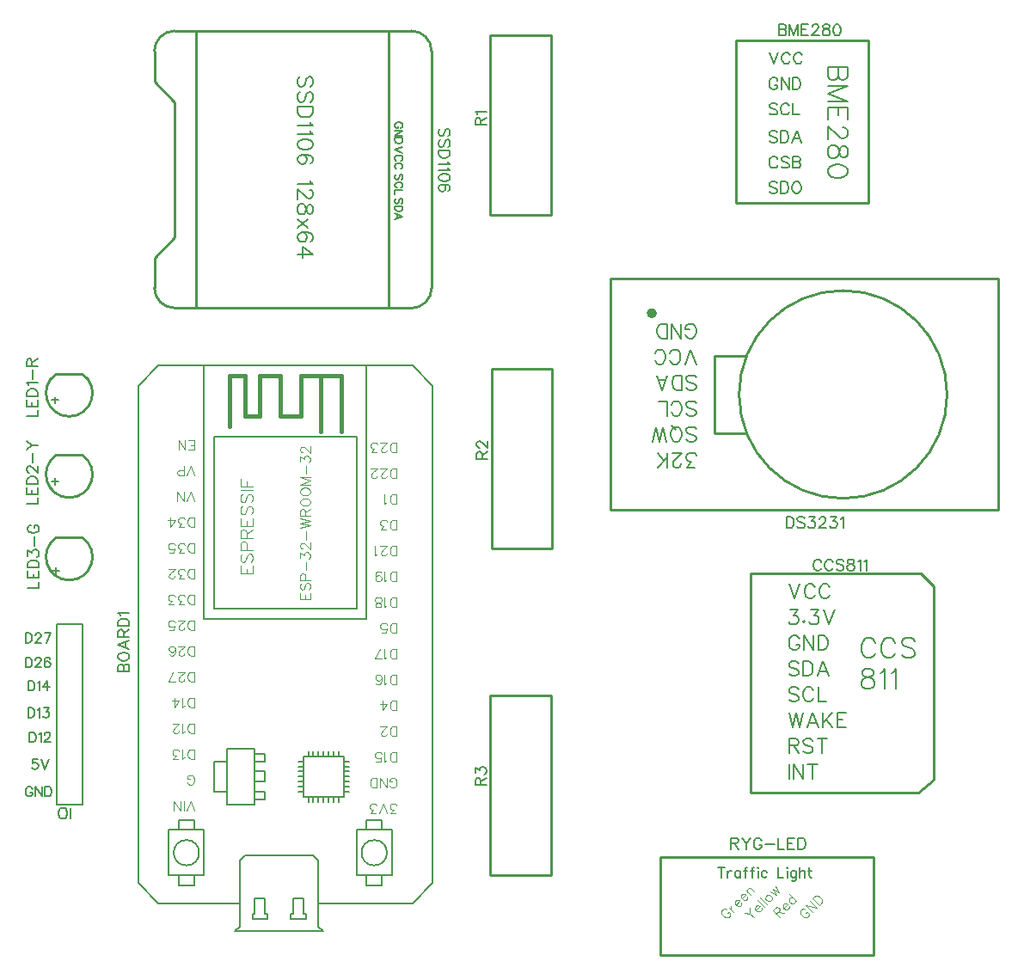
<source format=gto>
G04 Layer: TopSilkscreenLayer*
G04 EasyEDA v6.5.23, 2023-06-28 09:07:18*
G04 df611495b25e4bdeb4d342b309801e4c,9d485ff6e355438eacffb324f9111ecc,10*
G04 Gerber Generator version 0.2*
G04 Scale: 100 percent, Rotated: No, Reflected: No *
G04 Dimensions in millimeters *
G04 leading zeros omitted , absolute positions ,4 integer and 5 decimal *
%FSLAX45Y45*%
%MOMM*%

%ADD10C,0.2032*%
%ADD11C,0.1524*%
%ADD12C,0.0813*%
%ADD13C,0.1016*%
%ADD14C,0.1000*%
%ADD15C,0.2540*%
%ADD16C,0.2030*%
%ADD17C,0.1270*%
%ADD18C,0.4064*%
%ADD19C,0.5000*%
%ADD20C,0.0140*%

%LPD*%
D10*
X-8661400Y2475737D02*
G01*
X-8661400Y2380234D01*
X-8661400Y2475737D02*
G01*
X-8629650Y2475737D01*
X-8615934Y2471165D01*
X-8606789Y2462276D01*
X-8602218Y2453131D01*
X-8597645Y2439415D01*
X-8597645Y2416810D01*
X-8602218Y2403094D01*
X-8606789Y2393950D01*
X-8615934Y2384805D01*
X-8629650Y2380234D01*
X-8661400Y2380234D01*
X-8567674Y2457704D02*
G01*
X-8558784Y2462276D01*
X-8545068Y2475737D01*
X-8545068Y2380234D01*
X-8469629Y2475737D02*
G01*
X-8515095Y2412237D01*
X-8446770Y2412237D01*
X-8469629Y2475737D02*
G01*
X-8469629Y2380234D01*
X-8618728Y1411731D02*
G01*
X-8623045Y1420876D01*
X-8632189Y1429765D01*
X-8641334Y1434337D01*
X-8659621Y1434337D01*
X-8668512Y1429765D01*
X-8677655Y1420876D01*
X-8682228Y1411731D01*
X-8686800Y1398015D01*
X-8686800Y1375410D01*
X-8682228Y1361694D01*
X-8677655Y1352550D01*
X-8668512Y1343405D01*
X-8659621Y1338834D01*
X-8641334Y1338834D01*
X-8632189Y1343405D01*
X-8623045Y1352550D01*
X-8618728Y1361694D01*
X-8618728Y1375410D01*
X-8641334Y1375410D02*
G01*
X-8618728Y1375410D01*
X-8588502Y1434337D02*
G01*
X-8588502Y1338834D01*
X-8588502Y1434337D02*
G01*
X-8525002Y1338834D01*
X-8525002Y1434337D02*
G01*
X-8525002Y1338834D01*
X-8495029Y1434337D02*
G01*
X-8495029Y1338834D01*
X-8495029Y1434337D02*
G01*
X-8463279Y1434337D01*
X-8449563Y1429765D01*
X-8440420Y1420876D01*
X-8435847Y1411731D01*
X-8431276Y1398015D01*
X-8431276Y1375410D01*
X-8435847Y1361694D01*
X-8440420Y1352550D01*
X-8449563Y1343405D01*
X-8463279Y1338834D01*
X-8495029Y1338834D01*
X-8661400Y2209037D02*
G01*
X-8661400Y2113534D01*
X-8661400Y2209037D02*
G01*
X-8629650Y2209037D01*
X-8615934Y2204465D01*
X-8606789Y2195576D01*
X-8602218Y2186431D01*
X-8597645Y2172715D01*
X-8597645Y2150110D01*
X-8602218Y2136394D01*
X-8606789Y2127250D01*
X-8615934Y2118105D01*
X-8629650Y2113534D01*
X-8661400Y2113534D01*
X-8567674Y2191004D02*
G01*
X-8558784Y2195576D01*
X-8545068Y2209037D01*
X-8545068Y2113534D01*
X-8505952Y2209037D02*
G01*
X-8455913Y2209037D01*
X-8483092Y2172715D01*
X-8469629Y2172715D01*
X-8460486Y2168144D01*
X-8455913Y2163571D01*
X-8451342Y2150110D01*
X-8451342Y2140965D01*
X-8455913Y2127250D01*
X-8465058Y2118105D01*
X-8478774Y2113534D01*
X-8492236Y2113534D01*
X-8505952Y2118105D01*
X-8510524Y2122678D01*
X-8515095Y2131821D01*
X-8648700Y1967737D02*
G01*
X-8648700Y1872234D01*
X-8648700Y1967737D02*
G01*
X-8616950Y1967737D01*
X-8603234Y1963165D01*
X-8594089Y1954276D01*
X-8589518Y1945131D01*
X-8584945Y1931415D01*
X-8584945Y1908810D01*
X-8589518Y1895094D01*
X-8594089Y1885950D01*
X-8603234Y1876805D01*
X-8616950Y1872234D01*
X-8648700Y1872234D01*
X-8554974Y1949704D02*
G01*
X-8546084Y1954276D01*
X-8532368Y1967737D01*
X-8532368Y1872234D01*
X-8497824Y1945131D02*
G01*
X-8497824Y1949704D01*
X-8493252Y1958594D01*
X-8488679Y1963165D01*
X-8479536Y1967737D01*
X-8461502Y1967737D01*
X-8452358Y1963165D01*
X-8447786Y1958594D01*
X-8443213Y1949704D01*
X-8443213Y1940560D01*
X-8447786Y1931415D01*
X-8456929Y1917700D01*
X-8502395Y1872234D01*
X-8438642Y1872234D01*
X-8686800Y2945637D02*
G01*
X-8686800Y2850134D01*
X-8686800Y2945637D02*
G01*
X-8655050Y2945637D01*
X-8641334Y2941065D01*
X-8632189Y2932176D01*
X-8627618Y2923031D01*
X-8623045Y2909315D01*
X-8623045Y2886710D01*
X-8627618Y2872994D01*
X-8632189Y2863850D01*
X-8641334Y2854705D01*
X-8655050Y2850134D01*
X-8686800Y2850134D01*
X-8588502Y2923031D02*
G01*
X-8588502Y2927604D01*
X-8584184Y2936494D01*
X-8579612Y2941065D01*
X-8570468Y2945637D01*
X-8552179Y2945637D01*
X-8543289Y2941065D01*
X-8538718Y2936494D01*
X-8534145Y2927604D01*
X-8534145Y2918460D01*
X-8538718Y2909315D01*
X-8547608Y2895600D01*
X-8593074Y2850134D01*
X-8529574Y2850134D01*
X-8435847Y2945637D02*
G01*
X-8481313Y2850134D01*
X-8499602Y2945637D02*
G01*
X-8435847Y2945637D01*
X-8686800Y2704337D02*
G01*
X-8686800Y2608834D01*
X-8686800Y2704337D02*
G01*
X-8655050Y2704337D01*
X-8641334Y2699765D01*
X-8632189Y2690876D01*
X-8627618Y2681731D01*
X-8623045Y2668015D01*
X-8623045Y2645410D01*
X-8627618Y2631694D01*
X-8632189Y2622550D01*
X-8641334Y2613405D01*
X-8655050Y2608834D01*
X-8686800Y2608834D01*
X-8588502Y2681731D02*
G01*
X-8588502Y2686304D01*
X-8584184Y2695194D01*
X-8579612Y2699765D01*
X-8570468Y2704337D01*
X-8552179Y2704337D01*
X-8543289Y2699765D01*
X-8538718Y2695194D01*
X-8534145Y2686304D01*
X-8534145Y2677160D01*
X-8538718Y2668015D01*
X-8547608Y2654300D01*
X-8593074Y2608834D01*
X-8529574Y2608834D01*
X-8444992Y2690876D02*
G01*
X-8449563Y2699765D01*
X-8463279Y2704337D01*
X-8472170Y2704337D01*
X-8485886Y2699765D01*
X-8495029Y2686304D01*
X-8499602Y2663444D01*
X-8499602Y2640837D01*
X-8495029Y2622550D01*
X-8485886Y2613405D01*
X-8472170Y2608834D01*
X-8467597Y2608834D01*
X-8454136Y2613405D01*
X-8444992Y2622550D01*
X-8440420Y2636265D01*
X-8440420Y2640837D01*
X-8444992Y2654300D01*
X-8454136Y2663444D01*
X-8467597Y2668015D01*
X-8472170Y2668015D01*
X-8485886Y2663444D01*
X-8495029Y2654300D01*
X-8499602Y2640837D01*
X-8568689Y1701037D02*
G01*
X-8614155Y1701037D01*
X-8618728Y1660144D01*
X-8614155Y1664715D01*
X-8600694Y1669287D01*
X-8586978Y1669287D01*
X-8573262Y1664715D01*
X-8564118Y1655571D01*
X-8559545Y1642110D01*
X-8559545Y1632965D01*
X-8564118Y1619250D01*
X-8573262Y1610105D01*
X-8586978Y1605534D01*
X-8600694Y1605534D01*
X-8614155Y1610105D01*
X-8618728Y1614678D01*
X-8623300Y1623821D01*
X-8529574Y1701037D02*
G01*
X-8493252Y1605534D01*
X-8456929Y1701037D02*
G01*
X-8493252Y1605534D01*
D11*
X-849121Y3645407D02*
G01*
X-854455Y3655821D01*
X-864870Y3666236D01*
X-875029Y3671315D01*
X-895857Y3671315D01*
X-906271Y3666236D01*
X-916686Y3655821D01*
X-922020Y3645407D01*
X-927100Y3629660D01*
X-927100Y3603752D01*
X-922020Y3588257D01*
X-916686Y3577844D01*
X-906271Y3567429D01*
X-895857Y3562350D01*
X-875029Y3562350D01*
X-864870Y3567429D01*
X-854455Y3577844D01*
X-849121Y3588257D01*
X-736854Y3645407D02*
G01*
X-742187Y3655821D01*
X-752602Y3666236D01*
X-763015Y3671315D01*
X-783589Y3671315D01*
X-794004Y3666236D01*
X-804418Y3655821D01*
X-809752Y3645407D01*
X-814831Y3629660D01*
X-814831Y3603752D01*
X-809752Y3588257D01*
X-804418Y3577844D01*
X-794004Y3567429D01*
X-783589Y3562350D01*
X-763015Y3562350D01*
X-752602Y3567429D01*
X-742187Y3577844D01*
X-736854Y3588257D01*
X-629920Y3655821D02*
G01*
X-640334Y3666236D01*
X-655828Y3671315D01*
X-676655Y3671315D01*
X-692150Y3666236D01*
X-702563Y3655821D01*
X-702563Y3645407D01*
X-697484Y3634994D01*
X-692150Y3629660D01*
X-681989Y3624579D01*
X-650747Y3614165D01*
X-640334Y3609086D01*
X-635000Y3603752D01*
X-629920Y3593337D01*
X-629920Y3577844D01*
X-640334Y3567429D01*
X-655828Y3562350D01*
X-676655Y3562350D01*
X-692150Y3567429D01*
X-702563Y3577844D01*
X-569721Y3671315D02*
G01*
X-585215Y3666236D01*
X-590550Y3655821D01*
X-590550Y3645407D01*
X-585215Y3634994D01*
X-574802Y3629660D01*
X-553973Y3624579D01*
X-538479Y3619500D01*
X-528065Y3609086D01*
X-522986Y3598671D01*
X-522986Y3582923D01*
X-528065Y3572510D01*
X-533400Y3567429D01*
X-548894Y3562350D01*
X-569721Y3562350D01*
X-585215Y3567429D01*
X-590550Y3572510D01*
X-595629Y3582923D01*
X-595629Y3598671D01*
X-590550Y3609086D01*
X-580136Y3619500D01*
X-564387Y3624579D01*
X-543560Y3629660D01*
X-533400Y3634994D01*
X-528065Y3645407D01*
X-528065Y3655821D01*
X-533400Y3666236D01*
X-548894Y3671315D01*
X-569721Y3671315D01*
X-488695Y3650487D02*
G01*
X-478281Y3655821D01*
X-462534Y3671315D01*
X-462534Y3562350D01*
X-428244Y3650487D02*
G01*
X-417829Y3655821D01*
X-402336Y3671315D01*
X-402336Y3562350D01*
D10*
X-1168400Y3429000D02*
G01*
X-1113789Y3285744D01*
X-1059434Y3429000D02*
G01*
X-1113789Y3285744D01*
X-912113Y3394963D02*
G01*
X-918971Y3408679D01*
X-932434Y3422142D01*
X-946150Y3429000D01*
X-973328Y3429000D01*
X-987044Y3422142D01*
X-1000760Y3408679D01*
X-1007618Y3394963D01*
X-1014221Y3374389D01*
X-1014221Y3340354D01*
X-1007618Y3320034D01*
X-1000760Y3306318D01*
X-987044Y3292602D01*
X-973328Y3285744D01*
X-946150Y3285744D01*
X-932434Y3292602D01*
X-918971Y3306318D01*
X-912113Y3320034D01*
X-764794Y3394963D02*
G01*
X-771652Y3408679D01*
X-785113Y3422142D01*
X-798829Y3429000D01*
X-826007Y3429000D01*
X-839723Y3422142D01*
X-853439Y3408679D01*
X-860297Y3394963D01*
X-867155Y3374389D01*
X-867155Y3340354D01*
X-860297Y3320034D01*
X-853439Y3306318D01*
X-839723Y3292602D01*
X-826007Y3285744D01*
X-798829Y3285744D01*
X-785113Y3292602D01*
X-771652Y3306318D01*
X-764794Y3320034D01*
X-1154684Y3173984D02*
G01*
X-1079754Y3173984D01*
X-1120647Y3119373D01*
X-1100328Y3119373D01*
X-1086612Y3112515D01*
X-1079754Y3105657D01*
X-1072895Y3085337D01*
X-1072895Y3071621D01*
X-1079754Y3051302D01*
X-1093470Y3037586D01*
X-1113789Y3030728D01*
X-1134363Y3030728D01*
X-1154684Y3037586D01*
X-1161542Y3044444D01*
X-1168400Y3058160D01*
X-1021079Y3064763D02*
G01*
X-1027937Y3058160D01*
X-1021079Y3051302D01*
X-1014221Y3058160D01*
X-1021079Y3064763D01*
X-955547Y3173984D02*
G01*
X-880618Y3173984D01*
X-921512Y3119373D01*
X-901192Y3119373D01*
X-887476Y3112515D01*
X-880618Y3105657D01*
X-873760Y3085337D01*
X-873760Y3071621D01*
X-880618Y3051302D01*
X-894334Y3037586D01*
X-914654Y3030728D01*
X-935228Y3030728D01*
X-955547Y3037586D01*
X-962405Y3044444D01*
X-969263Y3058160D01*
X-828802Y3173984D02*
G01*
X-774192Y3030728D01*
X-719836Y3173984D02*
G01*
X-774192Y3030728D01*
X-1066037Y2886963D02*
G01*
X-1072895Y2900679D01*
X-1086612Y2914142D01*
X-1100328Y2921000D01*
X-1127505Y2921000D01*
X-1141221Y2914142D01*
X-1154684Y2900679D01*
X-1161542Y2886963D01*
X-1168400Y2866389D01*
X-1168400Y2832354D01*
X-1161542Y2812034D01*
X-1154684Y2798318D01*
X-1141221Y2784602D01*
X-1127505Y2777744D01*
X-1100328Y2777744D01*
X-1086612Y2784602D01*
X-1072895Y2798318D01*
X-1066037Y2812034D01*
X-1066037Y2832354D01*
X-1100328Y2832354D02*
G01*
X-1066037Y2832354D01*
X-1021079Y2921000D02*
G01*
X-1021079Y2777744D01*
X-1021079Y2921000D02*
G01*
X-925576Y2777744D01*
X-925576Y2921000D02*
G01*
X-925576Y2777744D01*
X-880618Y2921000D02*
G01*
X-880618Y2777744D01*
X-880618Y2921000D02*
G01*
X-832865Y2921000D01*
X-812545Y2914142D01*
X-798829Y2900679D01*
X-791971Y2886963D01*
X-785113Y2866389D01*
X-785113Y2832354D01*
X-791971Y2812034D01*
X-798829Y2798318D01*
X-812545Y2784602D01*
X-832865Y2777744D01*
X-880618Y2777744D01*
X-1072895Y2646679D02*
G01*
X-1086612Y2660142D01*
X-1106931Y2667000D01*
X-1134363Y2667000D01*
X-1154684Y2660142D01*
X-1168400Y2646679D01*
X-1168400Y2632963D01*
X-1161542Y2619247D01*
X-1154684Y2612389D01*
X-1141221Y2605786D01*
X-1100328Y2592070D01*
X-1086612Y2585212D01*
X-1079754Y2578354D01*
X-1072895Y2564637D01*
X-1072895Y2544318D01*
X-1086612Y2530602D01*
X-1106931Y2523744D01*
X-1134363Y2523744D01*
X-1154684Y2530602D01*
X-1168400Y2544318D01*
X-1027937Y2667000D02*
G01*
X-1027937Y2523744D01*
X-1027937Y2667000D02*
G01*
X-980186Y2667000D01*
X-959865Y2660142D01*
X-946150Y2646679D01*
X-939292Y2632963D01*
X-932434Y2612389D01*
X-932434Y2578354D01*
X-939292Y2558034D01*
X-946150Y2544318D01*
X-959865Y2530602D01*
X-980186Y2523744D01*
X-1027937Y2523744D01*
X-832865Y2667000D02*
G01*
X-887476Y2523744D01*
X-832865Y2667000D02*
G01*
X-778510Y2523744D01*
X-867155Y2571495D02*
G01*
X-798829Y2571495D01*
X-1072895Y2392679D02*
G01*
X-1086612Y2406142D01*
X-1106931Y2413000D01*
X-1134363Y2413000D01*
X-1154684Y2406142D01*
X-1168400Y2392679D01*
X-1168400Y2378963D01*
X-1161542Y2365247D01*
X-1154684Y2358389D01*
X-1141221Y2351786D01*
X-1100328Y2338070D01*
X-1086612Y2331212D01*
X-1079754Y2324354D01*
X-1072895Y2310637D01*
X-1072895Y2290318D01*
X-1086612Y2276602D01*
X-1106931Y2269744D01*
X-1134363Y2269744D01*
X-1154684Y2276602D01*
X-1168400Y2290318D01*
X-925576Y2378963D02*
G01*
X-932434Y2392679D01*
X-946150Y2406142D01*
X-959865Y2413000D01*
X-987044Y2413000D01*
X-1000760Y2406142D01*
X-1014221Y2392679D01*
X-1021079Y2378963D01*
X-1027937Y2358389D01*
X-1027937Y2324354D01*
X-1021079Y2304034D01*
X-1014221Y2290318D01*
X-1000760Y2276602D01*
X-987044Y2269744D01*
X-959865Y2269744D01*
X-946150Y2276602D01*
X-932434Y2290318D01*
X-925576Y2304034D01*
X-880618Y2413000D02*
G01*
X-880618Y2269744D01*
X-880618Y2269744D02*
G01*
X-798829Y2269744D01*
X-1168400Y2159000D02*
G01*
X-1134363Y2015744D01*
X-1100328Y2159000D02*
G01*
X-1134363Y2015744D01*
X-1100328Y2159000D02*
G01*
X-1066037Y2015744D01*
X-1032002Y2159000D02*
G01*
X-1066037Y2015744D01*
X-932434Y2159000D02*
G01*
X-987044Y2015744D01*
X-932434Y2159000D02*
G01*
X-877823Y2015744D01*
X-966470Y2063495D02*
G01*
X-898397Y2063495D01*
X-832865Y2159000D02*
G01*
X-832865Y2015744D01*
X-737615Y2159000D02*
G01*
X-832865Y2063495D01*
X-798829Y2097786D02*
G01*
X-737615Y2015744D01*
X-692404Y2159000D02*
G01*
X-692404Y2015744D01*
X-692404Y2159000D02*
G01*
X-603757Y2159000D01*
X-692404Y2090928D02*
G01*
X-638047Y2090928D01*
X-692404Y2015744D02*
G01*
X-603757Y2015744D01*
X-1168400Y1905000D02*
G01*
X-1168400Y1761744D01*
X-1168400Y1905000D02*
G01*
X-1106931Y1905000D01*
X-1086612Y1898142D01*
X-1079754Y1891284D01*
X-1072895Y1877821D01*
X-1072895Y1864105D01*
X-1079754Y1850389D01*
X-1086612Y1843786D01*
X-1106931Y1836928D01*
X-1168400Y1836928D01*
X-1120647Y1836928D02*
G01*
X-1072895Y1761744D01*
X-932434Y1884679D02*
G01*
X-946150Y1898142D01*
X-966470Y1905000D01*
X-993902Y1905000D01*
X-1014221Y1898142D01*
X-1027937Y1884679D01*
X-1027937Y1870963D01*
X-1021079Y1857247D01*
X-1014221Y1850389D01*
X-1000760Y1843786D01*
X-959865Y1830070D01*
X-946150Y1823212D01*
X-939292Y1816354D01*
X-932434Y1802637D01*
X-932434Y1782318D01*
X-946150Y1768602D01*
X-966470Y1761744D01*
X-993902Y1761744D01*
X-1014221Y1768602D01*
X-1027937Y1782318D01*
X-839723Y1905000D02*
G01*
X-839723Y1761744D01*
X-887476Y1905000D02*
G01*
X-791971Y1905000D01*
X-1168400Y1651000D02*
G01*
X-1168400Y1507744D01*
X-1123442Y1651000D02*
G01*
X-1123442Y1507744D01*
X-1123442Y1651000D02*
G01*
X-1027937Y1507744D01*
X-1027937Y1651000D02*
G01*
X-1027937Y1507744D01*
X-935228Y1651000D02*
G01*
X-935228Y1507744D01*
X-982979Y1651000D02*
G01*
X-887476Y1651000D01*
X-318770Y2849623D02*
G01*
X-327913Y2867911D01*
X-346455Y2886453D01*
X-364744Y2895597D01*
X-401828Y2895597D01*
X-420370Y2886453D01*
X-438657Y2867911D01*
X-448055Y2849623D01*
X-457200Y2821683D01*
X-457200Y2775709D01*
X-448055Y2748023D01*
X-438657Y2729481D01*
X-420370Y2710939D01*
X-401828Y2701795D01*
X-364744Y2701795D01*
X-346455Y2710939D01*
X-327913Y2729481D01*
X-318770Y2748023D01*
X-119126Y2849623D02*
G01*
X-128270Y2867911D01*
X-146812Y2886453D01*
X-165354Y2895597D01*
X-202184Y2895597D01*
X-220726Y2886453D01*
X-239268Y2867911D01*
X-248412Y2849623D01*
X-257810Y2821683D01*
X-257810Y2775709D01*
X-248412Y2748023D01*
X-239268Y2729481D01*
X-220726Y2710939D01*
X-202184Y2701795D01*
X-165354Y2701795D01*
X-146812Y2710939D01*
X-128270Y2729481D01*
X-119126Y2748023D01*
X71120Y2867911D02*
G01*
X52578Y2886453D01*
X24892Y2895597D01*
X-11937Y2895597D01*
X-39623Y2886453D01*
X-58165Y2867911D01*
X-58165Y2849623D01*
X-49021Y2831081D01*
X-39623Y2821683D01*
X-21336Y2812539D01*
X34289Y2793997D01*
X52578Y2784853D01*
X61976Y2775709D01*
X71120Y2757167D01*
X71120Y2729481D01*
X52578Y2710939D01*
X24892Y2701795D01*
X-11937Y2701795D01*
X-39623Y2710939D01*
X-58165Y2729481D01*
X-410971Y2590797D02*
G01*
X-438657Y2581653D01*
X-448055Y2563111D01*
X-448055Y2544823D01*
X-438657Y2526281D01*
X-420370Y2516883D01*
X-383286Y2507739D01*
X-355600Y2498595D01*
X-337057Y2480053D01*
X-327913Y2461511D01*
X-327913Y2433825D01*
X-337057Y2415283D01*
X-346455Y2406139D01*
X-374142Y2396995D01*
X-410971Y2396995D01*
X-438657Y2406139D01*
X-448055Y2415283D01*
X-457200Y2433825D01*
X-457200Y2461511D01*
X-448055Y2480053D01*
X-429513Y2498595D01*
X-401828Y2507739D01*
X-364744Y2516883D01*
X-346455Y2526281D01*
X-337057Y2544823D01*
X-337057Y2563111D01*
X-346455Y2581653D01*
X-374142Y2590797D01*
X-410971Y2590797D01*
X-266954Y2553967D02*
G01*
X-248412Y2563111D01*
X-220726Y2590797D01*
X-220726Y2396995D01*
X-159765Y2553967D02*
G01*
X-141223Y2563111D01*
X-113537Y2590797D01*
X-113537Y2396995D01*
D11*
X-8242300Y1116584D02*
G01*
X-8242300Y1225550D01*
X-8307831Y1116584D02*
G01*
X-8297418Y1121663D01*
X-8287004Y1132078D01*
X-8281670Y1142492D01*
X-8276589Y1158239D01*
X-8276589Y1184147D01*
X-8281670Y1199642D01*
X-8287004Y1210055D01*
X-8297418Y1220470D01*
X-8307831Y1225550D01*
X-8328660Y1225550D01*
X-8338820Y1220470D01*
X-8349234Y1210055D01*
X-8354568Y1199642D01*
X-8359647Y1184147D01*
X-8359647Y1158239D01*
X-8354568Y1142492D01*
X-8349234Y1132078D01*
X-8338820Y1121663D01*
X-8328660Y1116584D01*
X-8307831Y1116584D01*
X-7773415Y2565400D02*
G01*
X-7664450Y2565400D01*
X-7773415Y2565400D02*
G01*
X-7773415Y2612136D01*
X-7768336Y2627629D01*
X-7763002Y2632963D01*
X-7752587Y2638044D01*
X-7742173Y2638044D01*
X-7731760Y2632963D01*
X-7726679Y2627629D01*
X-7721600Y2612136D01*
X-7721600Y2565400D02*
G01*
X-7721600Y2612136D01*
X-7716265Y2627629D01*
X-7711186Y2632963D01*
X-7700771Y2638044D01*
X-7685023Y2638044D01*
X-7674610Y2632963D01*
X-7669529Y2627629D01*
X-7664450Y2612136D01*
X-7664450Y2565400D01*
X-7773415Y2703576D02*
G01*
X-7768336Y2693162D01*
X-7757921Y2682747D01*
X-7747508Y2677668D01*
X-7731760Y2672334D01*
X-7705852Y2672334D01*
X-7690358Y2677668D01*
X-7679944Y2682747D01*
X-7669529Y2693162D01*
X-7664450Y2703576D01*
X-7664450Y2724404D01*
X-7669529Y2734818D01*
X-7679944Y2745231D01*
X-7690358Y2750312D01*
X-7705852Y2755645D01*
X-7731760Y2755645D01*
X-7747508Y2750312D01*
X-7757921Y2745231D01*
X-7768336Y2734818D01*
X-7773415Y2724404D01*
X-7773415Y2703576D01*
X-7773415Y2831337D02*
G01*
X-7664450Y2789936D01*
X-7773415Y2831337D02*
G01*
X-7664450Y2872994D01*
X-7700771Y2805429D02*
G01*
X-7700771Y2857500D01*
X-7773415Y2907284D02*
G01*
X-7664450Y2907284D01*
X-7773415Y2907284D02*
G01*
X-7773415Y2954020D01*
X-7768336Y2969513D01*
X-7763002Y2974847D01*
X-7752587Y2979928D01*
X-7742173Y2979928D01*
X-7731760Y2974847D01*
X-7726679Y2969513D01*
X-7721600Y2954020D01*
X-7721600Y2907284D01*
X-7721600Y2943605D02*
G01*
X-7664450Y2979928D01*
X-7773415Y3014218D02*
G01*
X-7664450Y3014218D01*
X-7773415Y3014218D02*
G01*
X-7773415Y3050539D01*
X-7768336Y3066287D01*
X-7757921Y3076702D01*
X-7747508Y3081781D01*
X-7731760Y3087115D01*
X-7705852Y3087115D01*
X-7690358Y3081781D01*
X-7679944Y3076702D01*
X-7669529Y3066287D01*
X-7664450Y3050539D01*
X-7664450Y3014218D01*
X-7752587Y3121405D02*
G01*
X-7757921Y3131820D01*
X-7773415Y3147313D01*
X-7664450Y3147313D01*
D12*
X-5040071Y1169365D02*
G01*
X-5090871Y1169365D01*
X-5063185Y1206449D01*
X-5076901Y1206449D01*
X-5086299Y1211021D01*
X-5090871Y1215593D01*
X-5095443Y1229309D01*
X-5095443Y1238707D01*
X-5090871Y1252423D01*
X-5081727Y1261821D01*
X-5067757Y1266393D01*
X-5053787Y1266393D01*
X-5040071Y1261821D01*
X-5035499Y1257249D01*
X-5030927Y1247851D01*
X-5125923Y1169365D02*
G01*
X-5163007Y1266393D01*
X-5199837Y1169365D02*
G01*
X-5163007Y1266393D01*
X-5239461Y1169365D02*
G01*
X-5290261Y1169365D01*
X-5262575Y1206449D01*
X-5276545Y1206449D01*
X-5285689Y1211021D01*
X-5290261Y1215593D01*
X-5295087Y1229309D01*
X-5295087Y1238707D01*
X-5290261Y1252423D01*
X-5281117Y1261821D01*
X-5267147Y1266393D01*
X-5253431Y1266393D01*
X-5239461Y1261821D01*
X-5234889Y1257249D01*
X-5230317Y1247851D01*
X-5100015Y1446479D02*
G01*
X-5095443Y1437335D01*
X-5086299Y1427937D01*
X-5076901Y1423365D01*
X-5058613Y1423365D01*
X-5049215Y1427937D01*
X-5040071Y1437335D01*
X-5035499Y1446479D01*
X-5030927Y1460449D01*
X-5030927Y1483309D01*
X-5035499Y1497279D01*
X-5040071Y1506423D01*
X-5049215Y1515821D01*
X-5058613Y1520393D01*
X-5076901Y1520393D01*
X-5086299Y1515821D01*
X-5095443Y1506423D01*
X-5100015Y1497279D01*
X-5100015Y1483309D01*
X-5076901Y1483309D02*
G01*
X-5100015Y1483309D01*
X-5130495Y1423365D02*
G01*
X-5130495Y1520393D01*
X-5130495Y1423365D02*
G01*
X-5195265Y1520393D01*
X-5195265Y1423365D02*
G01*
X-5195265Y1520393D01*
X-5225745Y1423365D02*
G01*
X-5225745Y1520393D01*
X-5225745Y1423365D02*
G01*
X-5258003Y1423365D01*
X-5271973Y1427937D01*
X-5281117Y1437335D01*
X-5285689Y1446479D01*
X-5290261Y1460449D01*
X-5290261Y1483309D01*
X-5285689Y1497279D01*
X-5281117Y1506423D01*
X-5271973Y1515821D01*
X-5258003Y1520393D01*
X-5225745Y1520393D01*
X-5030927Y1677365D02*
G01*
X-5030927Y1774393D01*
X-5030927Y1677365D02*
G01*
X-5063185Y1677365D01*
X-5076901Y1681937D01*
X-5086299Y1691335D01*
X-5090871Y1700479D01*
X-5095443Y1714449D01*
X-5095443Y1737309D01*
X-5090871Y1751279D01*
X-5086299Y1760423D01*
X-5076901Y1769821D01*
X-5063185Y1774393D01*
X-5030927Y1774393D01*
X-5125923Y1695907D02*
G01*
X-5135067Y1691335D01*
X-5149037Y1677365D01*
X-5149037Y1774393D01*
X-5234889Y1677365D02*
G01*
X-5188661Y1677365D01*
X-5184089Y1719021D01*
X-5188661Y1714449D01*
X-5202631Y1709623D01*
X-5216347Y1709623D01*
X-5230317Y1714449D01*
X-5239461Y1723593D01*
X-5244287Y1737309D01*
X-5244287Y1746707D01*
X-5239461Y1760423D01*
X-5230317Y1769821D01*
X-5216347Y1774393D01*
X-5202631Y1774393D01*
X-5188661Y1769821D01*
X-5184089Y1765249D01*
X-5179517Y1755851D01*
X-5030927Y1931365D02*
G01*
X-5030927Y2028393D01*
X-5030927Y1931365D02*
G01*
X-5063185Y1931365D01*
X-5076901Y1935937D01*
X-5086299Y1945335D01*
X-5090871Y1954479D01*
X-5095443Y1968449D01*
X-5095443Y1991309D01*
X-5090871Y2005279D01*
X-5086299Y2014423D01*
X-5076901Y2023821D01*
X-5063185Y2028393D01*
X-5030927Y2028393D01*
X-5130495Y1954479D02*
G01*
X-5130495Y1949907D01*
X-5135067Y1940509D01*
X-5139893Y1935937D01*
X-5149037Y1931365D01*
X-5167579Y1931365D01*
X-5176723Y1935937D01*
X-5181295Y1940509D01*
X-5185867Y1949907D01*
X-5185867Y1959051D01*
X-5181295Y1968449D01*
X-5172151Y1982165D01*
X-5125923Y2028393D01*
X-5190693Y2028393D01*
X-5030927Y2185365D02*
G01*
X-5030927Y2282393D01*
X-5030927Y2185365D02*
G01*
X-5063185Y2185365D01*
X-5076901Y2189937D01*
X-5086299Y2199335D01*
X-5090871Y2208479D01*
X-5095443Y2222449D01*
X-5095443Y2245309D01*
X-5090871Y2259279D01*
X-5086299Y2268423D01*
X-5076901Y2277821D01*
X-5063185Y2282393D01*
X-5030927Y2282393D01*
X-5172151Y2185365D02*
G01*
X-5125923Y2250135D01*
X-5195265Y2250135D01*
X-5172151Y2185365D02*
G01*
X-5172151Y2282393D01*
X-5030927Y2439365D02*
G01*
X-5030927Y2536393D01*
X-5030927Y2439365D02*
G01*
X-5063185Y2439365D01*
X-5076901Y2443937D01*
X-5086299Y2453335D01*
X-5090871Y2462479D01*
X-5095443Y2476449D01*
X-5095443Y2499309D01*
X-5090871Y2513279D01*
X-5086299Y2522423D01*
X-5076901Y2531821D01*
X-5063185Y2536393D01*
X-5030927Y2536393D01*
X-5125923Y2457907D02*
G01*
X-5135067Y2453335D01*
X-5149037Y2439365D01*
X-5149037Y2536393D01*
X-5234889Y2453335D02*
G01*
X-5230317Y2443937D01*
X-5216347Y2439365D01*
X-5207203Y2439365D01*
X-5193487Y2443937D01*
X-5184089Y2457907D01*
X-5179517Y2481021D01*
X-5179517Y2504135D01*
X-5184089Y2522423D01*
X-5193487Y2531821D01*
X-5207203Y2536393D01*
X-5211775Y2536393D01*
X-5225745Y2531821D01*
X-5234889Y2522423D01*
X-5239461Y2508707D01*
X-5239461Y2504135D01*
X-5234889Y2490165D01*
X-5225745Y2481021D01*
X-5211775Y2476449D01*
X-5207203Y2476449D01*
X-5193487Y2481021D01*
X-5184089Y2490165D01*
X-5179517Y2504135D01*
X-5030927Y2693365D02*
G01*
X-5030927Y2790393D01*
X-5030927Y2693365D02*
G01*
X-5063185Y2693365D01*
X-5076901Y2697937D01*
X-5086299Y2707335D01*
X-5090871Y2716479D01*
X-5095443Y2730449D01*
X-5095443Y2753309D01*
X-5090871Y2767279D01*
X-5086299Y2776423D01*
X-5076901Y2785821D01*
X-5063185Y2790393D01*
X-5030927Y2790393D01*
X-5125923Y2711907D02*
G01*
X-5135067Y2707335D01*
X-5149037Y2693365D01*
X-5149037Y2790393D01*
X-5244287Y2693365D02*
G01*
X-5198059Y2790393D01*
X-5179517Y2693365D02*
G01*
X-5244287Y2693365D01*
X-5030927Y2947365D02*
G01*
X-5030927Y3044393D01*
X-5030927Y2947365D02*
G01*
X-5063185Y2947365D01*
X-5076901Y2951937D01*
X-5086299Y2961335D01*
X-5090871Y2970479D01*
X-5095443Y2984449D01*
X-5095443Y3007309D01*
X-5090871Y3021279D01*
X-5086299Y3030423D01*
X-5076901Y3039821D01*
X-5063185Y3044393D01*
X-5030927Y3044393D01*
X-5181295Y2947365D02*
G01*
X-5135067Y2947365D01*
X-5130495Y2989021D01*
X-5135067Y2984449D01*
X-5149037Y2979623D01*
X-5163007Y2979623D01*
X-5176723Y2984449D01*
X-5185867Y2993593D01*
X-5190693Y3007309D01*
X-5190693Y3016707D01*
X-5185867Y3030423D01*
X-5176723Y3039821D01*
X-5163007Y3044393D01*
X-5149037Y3044393D01*
X-5135067Y3039821D01*
X-5130495Y3035249D01*
X-5125923Y3025851D01*
X-5030927Y3201365D02*
G01*
X-5030927Y3298393D01*
X-5030927Y3201365D02*
G01*
X-5063185Y3201365D01*
X-5076901Y3205937D01*
X-5086299Y3215335D01*
X-5090871Y3224479D01*
X-5095443Y3238449D01*
X-5095443Y3261309D01*
X-5090871Y3275279D01*
X-5086299Y3284423D01*
X-5076901Y3293821D01*
X-5063185Y3298393D01*
X-5030927Y3298393D01*
X-5125923Y3219907D02*
G01*
X-5135067Y3215335D01*
X-5149037Y3201365D01*
X-5149037Y3298393D01*
X-5202631Y3201365D02*
G01*
X-5188661Y3205937D01*
X-5184089Y3215335D01*
X-5184089Y3224479D01*
X-5188661Y3233623D01*
X-5198059Y3238449D01*
X-5216347Y3243021D01*
X-5230317Y3247593D01*
X-5239461Y3256737D01*
X-5244287Y3266135D01*
X-5244287Y3279851D01*
X-5239461Y3289249D01*
X-5234889Y3293821D01*
X-5221173Y3298393D01*
X-5202631Y3298393D01*
X-5188661Y3293821D01*
X-5184089Y3289249D01*
X-5179517Y3279851D01*
X-5179517Y3266135D01*
X-5184089Y3256737D01*
X-5193487Y3247593D01*
X-5207203Y3243021D01*
X-5225745Y3238449D01*
X-5234889Y3233623D01*
X-5239461Y3224479D01*
X-5239461Y3215335D01*
X-5234889Y3205937D01*
X-5221173Y3201365D01*
X-5202631Y3201365D01*
X-5030927Y3455365D02*
G01*
X-5030927Y3552393D01*
X-5030927Y3455365D02*
G01*
X-5063185Y3455365D01*
X-5076901Y3459937D01*
X-5086299Y3469335D01*
X-5090871Y3478479D01*
X-5095443Y3492449D01*
X-5095443Y3515309D01*
X-5090871Y3529279D01*
X-5086299Y3538423D01*
X-5076901Y3547821D01*
X-5063185Y3552393D01*
X-5030927Y3552393D01*
X-5125923Y3473907D02*
G01*
X-5135067Y3469335D01*
X-5149037Y3455365D01*
X-5149037Y3552393D01*
X-5239461Y3487623D02*
G01*
X-5234889Y3501593D01*
X-5225745Y3510737D01*
X-5211775Y3515309D01*
X-5207203Y3515309D01*
X-5193487Y3510737D01*
X-5184089Y3501593D01*
X-5179517Y3487623D01*
X-5179517Y3483051D01*
X-5184089Y3469335D01*
X-5193487Y3459937D01*
X-5207203Y3455365D01*
X-5211775Y3455365D01*
X-5225745Y3459937D01*
X-5234889Y3469335D01*
X-5239461Y3487623D01*
X-5239461Y3510737D01*
X-5234889Y3533851D01*
X-5225745Y3547821D01*
X-5211775Y3552393D01*
X-5202631Y3552393D01*
X-5188661Y3547821D01*
X-5184089Y3538423D01*
X-5030927Y3709365D02*
G01*
X-5030927Y3806393D01*
X-5030927Y3709365D02*
G01*
X-5063185Y3709365D01*
X-5076901Y3713937D01*
X-5086299Y3723335D01*
X-5090871Y3732479D01*
X-5095443Y3746449D01*
X-5095443Y3769309D01*
X-5090871Y3783279D01*
X-5086299Y3792423D01*
X-5076901Y3801821D01*
X-5063185Y3806393D01*
X-5030927Y3806393D01*
X-5130495Y3732479D02*
G01*
X-5130495Y3727907D01*
X-5135067Y3718509D01*
X-5139893Y3713937D01*
X-5149037Y3709365D01*
X-5167579Y3709365D01*
X-5176723Y3713937D01*
X-5181295Y3718509D01*
X-5185867Y3727907D01*
X-5185867Y3737051D01*
X-5181295Y3746449D01*
X-5172151Y3760165D01*
X-5125923Y3806393D01*
X-5190693Y3806393D01*
X-5221173Y3727907D02*
G01*
X-5230317Y3723335D01*
X-5244287Y3709365D01*
X-5244287Y3806393D01*
X-5030927Y3963365D02*
G01*
X-5030927Y4060393D01*
X-5030927Y3963365D02*
G01*
X-5063185Y3963365D01*
X-5076901Y3967937D01*
X-5086299Y3977335D01*
X-5090871Y3986479D01*
X-5095443Y4000449D01*
X-5095443Y4023309D01*
X-5090871Y4037279D01*
X-5086299Y4046423D01*
X-5076901Y4055821D01*
X-5063185Y4060393D01*
X-5030927Y4060393D01*
X-5135067Y3963365D02*
G01*
X-5185867Y3963365D01*
X-5158181Y4000449D01*
X-5172151Y4000449D01*
X-5181295Y4005021D01*
X-5185867Y4009593D01*
X-5190693Y4023309D01*
X-5190693Y4032707D01*
X-5185867Y4046423D01*
X-5176723Y4055821D01*
X-5163007Y4060393D01*
X-5149037Y4060393D01*
X-5135067Y4055821D01*
X-5130495Y4051249D01*
X-5125923Y4041851D01*
X-5030927Y4217365D02*
G01*
X-5030927Y4314393D01*
X-5030927Y4217365D02*
G01*
X-5063185Y4217365D01*
X-5076901Y4221937D01*
X-5086299Y4231335D01*
X-5090871Y4240479D01*
X-5095443Y4254449D01*
X-5095443Y4277309D01*
X-5090871Y4291279D01*
X-5086299Y4300423D01*
X-5076901Y4309821D01*
X-5063185Y4314393D01*
X-5030927Y4314393D01*
X-5125923Y4235907D02*
G01*
X-5135067Y4231335D01*
X-5149037Y4217365D01*
X-5149037Y4314393D01*
X-5030927Y4471365D02*
G01*
X-5030927Y4568393D01*
X-5030927Y4471365D02*
G01*
X-5063185Y4471365D01*
X-5076901Y4475937D01*
X-5086299Y4485335D01*
X-5090871Y4494479D01*
X-5095443Y4508449D01*
X-5095443Y4531309D01*
X-5090871Y4545279D01*
X-5086299Y4554423D01*
X-5076901Y4563821D01*
X-5063185Y4568393D01*
X-5030927Y4568393D01*
X-5130495Y4494479D02*
G01*
X-5130495Y4489907D01*
X-5135067Y4480509D01*
X-5139893Y4475937D01*
X-5149037Y4471365D01*
X-5167579Y4471365D01*
X-5176723Y4475937D01*
X-5181295Y4480509D01*
X-5185867Y4489907D01*
X-5185867Y4499051D01*
X-5181295Y4508449D01*
X-5172151Y4522165D01*
X-5125923Y4568393D01*
X-5190693Y4568393D01*
X-5225745Y4494479D02*
G01*
X-5225745Y4489907D01*
X-5230317Y4480509D01*
X-5234889Y4475937D01*
X-5244287Y4471365D01*
X-5262575Y4471365D01*
X-5271973Y4475937D01*
X-5276545Y4480509D01*
X-5281117Y4489907D01*
X-5281117Y4499051D01*
X-5276545Y4508449D01*
X-5267147Y4522165D01*
X-5221173Y4568393D01*
X-5285689Y4568393D01*
X-5030927Y4725365D02*
G01*
X-5030927Y4822393D01*
X-5030927Y4725365D02*
G01*
X-5063185Y4725365D01*
X-5076901Y4729937D01*
X-5086299Y4739335D01*
X-5090871Y4748479D01*
X-5095443Y4762449D01*
X-5095443Y4785309D01*
X-5090871Y4799279D01*
X-5086299Y4808423D01*
X-5076901Y4817821D01*
X-5063185Y4822393D01*
X-5030927Y4822393D01*
X-5130495Y4748479D02*
G01*
X-5130495Y4743907D01*
X-5135067Y4734509D01*
X-5139893Y4729937D01*
X-5149037Y4725365D01*
X-5167579Y4725365D01*
X-5176723Y4729937D01*
X-5181295Y4734509D01*
X-5185867Y4743907D01*
X-5185867Y4753051D01*
X-5181295Y4762449D01*
X-5172151Y4776165D01*
X-5125923Y4822393D01*
X-5190693Y4822393D01*
X-5230317Y4725365D02*
G01*
X-5281117Y4725365D01*
X-5253431Y4762449D01*
X-5267147Y4762449D01*
X-5276545Y4767021D01*
X-5281117Y4771593D01*
X-5285689Y4785309D01*
X-5285689Y4794707D01*
X-5281117Y4808423D01*
X-5271973Y4817821D01*
X-5258003Y4822393D01*
X-5244287Y4822393D01*
X-5230317Y4817821D01*
X-5225745Y4813249D01*
X-5221173Y4803851D01*
X-7023836Y1196467D02*
G01*
X-7060666Y1293240D01*
X-7097750Y1196467D02*
G01*
X-7060666Y1293240D01*
X-7128230Y1196467D02*
G01*
X-7128230Y1293240D01*
X-7158710Y1196467D02*
G01*
X-7158710Y1293240D01*
X-7158710Y1196467D02*
G01*
X-7223226Y1293240D01*
X-7223226Y1196467D02*
G01*
X-7223226Y1293240D01*
X-7093178Y1473580D02*
G01*
X-7088352Y1464182D01*
X-7079208Y1455038D01*
X-7070064Y1450467D01*
X-7051522Y1450467D01*
X-7042378Y1455038D01*
X-7032980Y1464182D01*
X-7028408Y1473580D01*
X-7023836Y1487296D01*
X-7023836Y1510411D01*
X-7028408Y1524380D01*
X-7032980Y1533525D01*
X-7042378Y1542669D01*
X-7051522Y1547240D01*
X-7070064Y1547240D01*
X-7079208Y1542669D01*
X-7088352Y1533525D01*
X-7093178Y1524380D01*
X-7093178Y1510411D01*
X-7070064Y1510411D02*
G01*
X-7093178Y1510411D01*
X-7023836Y1704467D02*
G01*
X-7023836Y1801240D01*
X-7023836Y1704467D02*
G01*
X-7056094Y1704467D01*
X-7070064Y1709038D01*
X-7079208Y1718182D01*
X-7083780Y1727580D01*
X-7088352Y1741296D01*
X-7088352Y1764411D01*
X-7083780Y1778380D01*
X-7079208Y1787525D01*
X-7070064Y1796669D01*
X-7056094Y1801240D01*
X-7023836Y1801240D01*
X-7118832Y1722754D02*
G01*
X-7128230Y1718182D01*
X-7141946Y1704467D01*
X-7141946Y1801240D01*
X-7181824Y1704467D02*
G01*
X-7232624Y1704467D01*
X-7204938Y1741296D01*
X-7218654Y1741296D01*
X-7227798Y1745869D01*
X-7232624Y1750440D01*
X-7237196Y1764411D01*
X-7237196Y1773554D01*
X-7232624Y1787525D01*
X-7223226Y1796669D01*
X-7209510Y1801240D01*
X-7195540Y1801240D01*
X-7181824Y1796669D01*
X-7176998Y1792096D01*
X-7172426Y1782953D01*
X-7023836Y1958467D02*
G01*
X-7023836Y2055240D01*
X-7023836Y1958467D02*
G01*
X-7056094Y1958467D01*
X-7070064Y1963038D01*
X-7079208Y1972182D01*
X-7083780Y1981580D01*
X-7088352Y1995296D01*
X-7088352Y2018411D01*
X-7083780Y2032380D01*
X-7079208Y2041525D01*
X-7070064Y2050669D01*
X-7056094Y2055240D01*
X-7023836Y2055240D01*
X-7118832Y1976754D02*
G01*
X-7128230Y1972182D01*
X-7141946Y1958467D01*
X-7141946Y2055240D01*
X-7176998Y1981580D02*
G01*
X-7176998Y1976754D01*
X-7181824Y1967611D01*
X-7186396Y1963038D01*
X-7195540Y1958467D01*
X-7214082Y1958467D01*
X-7223226Y1963038D01*
X-7227798Y1967611D01*
X-7232624Y1976754D01*
X-7232624Y1986153D01*
X-7227798Y1995296D01*
X-7218654Y2009267D01*
X-7172426Y2055240D01*
X-7237196Y2055240D01*
X-7023836Y2212467D02*
G01*
X-7023836Y2309240D01*
X-7023836Y2212467D02*
G01*
X-7056094Y2212467D01*
X-7070064Y2217038D01*
X-7079208Y2226182D01*
X-7083780Y2235580D01*
X-7088352Y2249296D01*
X-7088352Y2272411D01*
X-7083780Y2286380D01*
X-7079208Y2295525D01*
X-7070064Y2304669D01*
X-7056094Y2309240D01*
X-7023836Y2309240D01*
X-7118832Y2230754D02*
G01*
X-7128230Y2226182D01*
X-7141946Y2212467D01*
X-7141946Y2309240D01*
X-7218654Y2212467D02*
G01*
X-7172426Y2276982D01*
X-7241768Y2276982D01*
X-7218654Y2212467D02*
G01*
X-7218654Y2309240D01*
X-7023836Y2466467D02*
G01*
X-7023836Y2563240D01*
X-7023836Y2466467D02*
G01*
X-7056094Y2466467D01*
X-7070064Y2471038D01*
X-7079208Y2480182D01*
X-7083780Y2489580D01*
X-7088352Y2503296D01*
X-7088352Y2526411D01*
X-7083780Y2540380D01*
X-7079208Y2549525D01*
X-7070064Y2558669D01*
X-7056094Y2563240D01*
X-7023836Y2563240D01*
X-7123658Y2489580D02*
G01*
X-7123658Y2484754D01*
X-7128230Y2475611D01*
X-7132802Y2471038D01*
X-7141946Y2466467D01*
X-7160488Y2466467D01*
X-7169632Y2471038D01*
X-7174458Y2475611D01*
X-7179030Y2484754D01*
X-7179030Y2494153D01*
X-7174458Y2503296D01*
X-7165060Y2517267D01*
X-7118832Y2563240D01*
X-7183602Y2563240D01*
X-7278598Y2466467D02*
G01*
X-7232624Y2563240D01*
X-7214082Y2466467D02*
G01*
X-7278598Y2466467D01*
X-7023836Y2720467D02*
G01*
X-7023836Y2817240D01*
X-7023836Y2720467D02*
G01*
X-7056094Y2720467D01*
X-7070064Y2725038D01*
X-7079208Y2734182D01*
X-7083780Y2743580D01*
X-7088352Y2757296D01*
X-7088352Y2780411D01*
X-7083780Y2794380D01*
X-7079208Y2803525D01*
X-7070064Y2812669D01*
X-7056094Y2817240D01*
X-7023836Y2817240D01*
X-7123658Y2743580D02*
G01*
X-7123658Y2738754D01*
X-7128230Y2729611D01*
X-7132802Y2725038D01*
X-7141946Y2720467D01*
X-7160488Y2720467D01*
X-7169632Y2725038D01*
X-7174458Y2729611D01*
X-7179030Y2738754D01*
X-7179030Y2748153D01*
X-7174458Y2757296D01*
X-7165060Y2771267D01*
X-7118832Y2817240D01*
X-7183602Y2817240D01*
X-7269454Y2734182D02*
G01*
X-7264882Y2725038D01*
X-7250912Y2720467D01*
X-7241768Y2720467D01*
X-7227798Y2725038D01*
X-7218654Y2738754D01*
X-7214082Y2761869D01*
X-7214082Y2784982D01*
X-7218654Y2803525D01*
X-7227798Y2812669D01*
X-7241768Y2817240D01*
X-7246340Y2817240D01*
X-7260310Y2812669D01*
X-7269454Y2803525D01*
X-7274026Y2789554D01*
X-7274026Y2784982D01*
X-7269454Y2771267D01*
X-7260310Y2761869D01*
X-7246340Y2757296D01*
X-7241768Y2757296D01*
X-7227798Y2761869D01*
X-7218654Y2771267D01*
X-7214082Y2784982D01*
X-7023836Y2974467D02*
G01*
X-7023836Y3071240D01*
X-7023836Y2974467D02*
G01*
X-7056094Y2974467D01*
X-7070064Y2979038D01*
X-7079208Y2988182D01*
X-7083780Y2997580D01*
X-7088352Y3011296D01*
X-7088352Y3034411D01*
X-7083780Y3048380D01*
X-7079208Y3057525D01*
X-7070064Y3066669D01*
X-7056094Y3071240D01*
X-7023836Y3071240D01*
X-7123658Y2997580D02*
G01*
X-7123658Y2992754D01*
X-7128230Y2983611D01*
X-7132802Y2979038D01*
X-7141946Y2974467D01*
X-7160488Y2974467D01*
X-7169632Y2979038D01*
X-7174458Y2983611D01*
X-7179030Y2992754D01*
X-7179030Y3002153D01*
X-7174458Y3011296D01*
X-7165060Y3025267D01*
X-7118832Y3071240D01*
X-7183602Y3071240D01*
X-7269454Y2974467D02*
G01*
X-7223226Y2974467D01*
X-7218654Y3015869D01*
X-7223226Y3011296D01*
X-7237196Y3006725D01*
X-7250912Y3006725D01*
X-7264882Y3011296D01*
X-7274026Y3020440D01*
X-7278598Y3034411D01*
X-7278598Y3043554D01*
X-7274026Y3057525D01*
X-7264882Y3066669D01*
X-7250912Y3071240D01*
X-7237196Y3071240D01*
X-7223226Y3066669D01*
X-7218654Y3062096D01*
X-7214082Y3052953D01*
X-7023836Y3228467D02*
G01*
X-7023836Y3325240D01*
X-7023836Y3228467D02*
G01*
X-7056094Y3228467D01*
X-7070064Y3233038D01*
X-7079208Y3242182D01*
X-7083780Y3251580D01*
X-7088352Y3265296D01*
X-7088352Y3288411D01*
X-7083780Y3302380D01*
X-7079208Y3311525D01*
X-7070064Y3320669D01*
X-7056094Y3325240D01*
X-7023836Y3325240D01*
X-7128230Y3228467D02*
G01*
X-7179030Y3228467D01*
X-7151344Y3265296D01*
X-7165060Y3265296D01*
X-7174458Y3269869D01*
X-7179030Y3274440D01*
X-7183602Y3288411D01*
X-7183602Y3297554D01*
X-7179030Y3311525D01*
X-7169632Y3320669D01*
X-7155916Y3325240D01*
X-7141946Y3325240D01*
X-7128230Y3320669D01*
X-7123658Y3316096D01*
X-7118832Y3306953D01*
X-7223226Y3228467D02*
G01*
X-7274026Y3228467D01*
X-7246340Y3265296D01*
X-7260310Y3265296D01*
X-7269454Y3269869D01*
X-7274026Y3274440D01*
X-7278598Y3288411D01*
X-7278598Y3297554D01*
X-7274026Y3311525D01*
X-7264882Y3320669D01*
X-7250912Y3325240D01*
X-7237196Y3325240D01*
X-7223226Y3320669D01*
X-7218654Y3316096D01*
X-7214082Y3306953D01*
X-7023836Y3482467D02*
G01*
X-7023836Y3579240D01*
X-7023836Y3482467D02*
G01*
X-7056094Y3482467D01*
X-7070064Y3487038D01*
X-7079208Y3496182D01*
X-7083780Y3505580D01*
X-7088352Y3519296D01*
X-7088352Y3542411D01*
X-7083780Y3556380D01*
X-7079208Y3565525D01*
X-7070064Y3574669D01*
X-7056094Y3579240D01*
X-7023836Y3579240D01*
X-7128230Y3482467D02*
G01*
X-7179030Y3482467D01*
X-7151344Y3519296D01*
X-7165060Y3519296D01*
X-7174458Y3523869D01*
X-7179030Y3528440D01*
X-7183602Y3542411D01*
X-7183602Y3551554D01*
X-7179030Y3565525D01*
X-7169632Y3574669D01*
X-7155916Y3579240D01*
X-7141946Y3579240D01*
X-7128230Y3574669D01*
X-7123658Y3570096D01*
X-7118832Y3560953D01*
X-7218654Y3505580D02*
G01*
X-7218654Y3500754D01*
X-7223226Y3491611D01*
X-7227798Y3487038D01*
X-7237196Y3482467D01*
X-7255738Y3482467D01*
X-7264882Y3487038D01*
X-7269454Y3491611D01*
X-7274026Y3500754D01*
X-7274026Y3510153D01*
X-7269454Y3519296D01*
X-7260310Y3533267D01*
X-7214082Y3579240D01*
X-7278598Y3579240D01*
X-7023836Y3736467D02*
G01*
X-7023836Y3833240D01*
X-7023836Y3736467D02*
G01*
X-7056094Y3736467D01*
X-7070064Y3741038D01*
X-7079208Y3750182D01*
X-7083780Y3759580D01*
X-7088352Y3773296D01*
X-7088352Y3796411D01*
X-7083780Y3810380D01*
X-7079208Y3819525D01*
X-7070064Y3828669D01*
X-7056094Y3833240D01*
X-7023836Y3833240D01*
X-7128230Y3736467D02*
G01*
X-7179030Y3736467D01*
X-7151344Y3773296D01*
X-7165060Y3773296D01*
X-7174458Y3777869D01*
X-7179030Y3782440D01*
X-7183602Y3796411D01*
X-7183602Y3805554D01*
X-7179030Y3819525D01*
X-7169632Y3828669D01*
X-7155916Y3833240D01*
X-7141946Y3833240D01*
X-7128230Y3828669D01*
X-7123658Y3824096D01*
X-7118832Y3814953D01*
X-7269454Y3736467D02*
G01*
X-7223226Y3736467D01*
X-7218654Y3777869D01*
X-7223226Y3773296D01*
X-7237196Y3768725D01*
X-7250912Y3768725D01*
X-7264882Y3773296D01*
X-7274026Y3782440D01*
X-7278598Y3796411D01*
X-7278598Y3805554D01*
X-7274026Y3819525D01*
X-7264882Y3828669D01*
X-7250912Y3833240D01*
X-7237196Y3833240D01*
X-7223226Y3828669D01*
X-7218654Y3824096D01*
X-7214082Y3814953D01*
X-7023836Y3990467D02*
G01*
X-7023836Y4087240D01*
X-7023836Y3990467D02*
G01*
X-7056094Y3990467D01*
X-7070064Y3995038D01*
X-7079208Y4004182D01*
X-7083780Y4013580D01*
X-7088352Y4027296D01*
X-7088352Y4050411D01*
X-7083780Y4064380D01*
X-7079208Y4073525D01*
X-7070064Y4082669D01*
X-7056094Y4087240D01*
X-7023836Y4087240D01*
X-7128230Y3990467D02*
G01*
X-7179030Y3990467D01*
X-7151344Y4027296D01*
X-7165060Y4027296D01*
X-7174458Y4031869D01*
X-7179030Y4036440D01*
X-7183602Y4050411D01*
X-7183602Y4059554D01*
X-7179030Y4073525D01*
X-7169632Y4082669D01*
X-7155916Y4087240D01*
X-7141946Y4087240D01*
X-7128230Y4082669D01*
X-7123658Y4078096D01*
X-7118832Y4068953D01*
X-7260310Y3990467D02*
G01*
X-7214082Y4054982D01*
X-7283424Y4054982D01*
X-7260310Y3990467D02*
G01*
X-7260310Y4087240D01*
X-7023836Y4244467D02*
G01*
X-7060666Y4341240D01*
X-7097750Y4244467D02*
G01*
X-7060666Y4341240D01*
X-7128230Y4244467D02*
G01*
X-7128230Y4341240D01*
X-7128230Y4244467D02*
G01*
X-7192746Y4341240D01*
X-7192746Y4244467D02*
G01*
X-7192746Y4341240D01*
X-7023836Y4498467D02*
G01*
X-7060666Y4595240D01*
X-7097750Y4498467D02*
G01*
X-7060666Y4595240D01*
X-7128230Y4498467D02*
G01*
X-7128230Y4595240D01*
X-7128230Y4498467D02*
G01*
X-7169632Y4498467D01*
X-7183602Y4503038D01*
X-7188174Y4507611D01*
X-7192746Y4516754D01*
X-7192746Y4530725D01*
X-7188174Y4539869D01*
X-7183602Y4544440D01*
X-7169632Y4549267D01*
X-7128230Y4549267D01*
X-7023836Y4752467D02*
G01*
X-7023836Y4849240D01*
X-7023836Y4752467D02*
G01*
X-7083780Y4752467D01*
X-7023836Y4798440D02*
G01*
X-7060666Y4798440D01*
X-7023836Y4849240D02*
G01*
X-7083780Y4849240D01*
X-7114260Y4752467D02*
G01*
X-7114260Y4849240D01*
X-7114260Y4752467D02*
G01*
X-7179030Y4849240D01*
X-7179030Y4752467D02*
G01*
X-7179030Y4849240D01*
D13*
X-6568439Y3532631D02*
G01*
X-6447281Y3532631D01*
X-6568439Y3532631D02*
G01*
X-6568439Y3607815D01*
X-6510781Y3532631D02*
G01*
X-6510781Y3578860D01*
X-6447281Y3532631D02*
G01*
X-6447281Y3607815D01*
X-6551168Y3726687D02*
G01*
X-6562597Y3715004D01*
X-6568439Y3697731D01*
X-6568439Y3674618D01*
X-6562597Y3657345D01*
X-6551168Y3645915D01*
X-6539484Y3645915D01*
X-6528054Y3651504D01*
X-6522212Y3657345D01*
X-6516370Y3669029D01*
X-6504939Y3703573D01*
X-6499097Y3715004D01*
X-6493510Y3720845D01*
X-6481826Y3726687D01*
X-6464554Y3726687D01*
X-6452870Y3715004D01*
X-6447281Y3697731D01*
X-6447281Y3674618D01*
X-6452870Y3657345D01*
X-6464554Y3645915D01*
X-6568439Y3764787D02*
G01*
X-6447281Y3764787D01*
X-6568439Y3764787D02*
G01*
X-6568439Y3816604D01*
X-6562597Y3834129D01*
X-6557010Y3839718D01*
X-6545326Y3845560D01*
X-6528054Y3845560D01*
X-6516370Y3839718D01*
X-6510781Y3834129D01*
X-6504939Y3816604D01*
X-6504939Y3764787D01*
X-6568439Y3883660D02*
G01*
X-6447281Y3883660D01*
X-6568439Y3883660D02*
G01*
X-6568439Y3935729D01*
X-6562597Y3953002D01*
X-6557010Y3958589D01*
X-6545326Y3964431D01*
X-6533895Y3964431D01*
X-6522212Y3958589D01*
X-6516370Y3953002D01*
X-6510781Y3935729D01*
X-6510781Y3883660D01*
X-6510781Y3924045D02*
G01*
X-6447281Y3964431D01*
X-6568439Y4002531D02*
G01*
X-6447281Y4002531D01*
X-6568439Y4002531D02*
G01*
X-6568439Y4077715D01*
X-6510781Y4002531D02*
G01*
X-6510781Y4048760D01*
X-6447281Y4002531D02*
G01*
X-6447281Y4077715D01*
X-6551168Y4196587D02*
G01*
X-6562597Y4184904D01*
X-6568439Y4167631D01*
X-6568439Y4144518D01*
X-6562597Y4127245D01*
X-6551168Y4115815D01*
X-6539484Y4115815D01*
X-6528054Y4121404D01*
X-6522212Y4127245D01*
X-6516370Y4138929D01*
X-6504939Y4173473D01*
X-6499097Y4184904D01*
X-6493510Y4190745D01*
X-6481826Y4196587D01*
X-6464554Y4196587D01*
X-6452870Y4184904D01*
X-6447281Y4167631D01*
X-6447281Y4144518D01*
X-6452870Y4127245D01*
X-6464554Y4115815D01*
X-6551168Y4315460D02*
G01*
X-6562597Y4304029D01*
X-6568439Y4286504D01*
X-6568439Y4263389D01*
X-6562597Y4246118D01*
X-6551168Y4234687D01*
X-6539484Y4234687D01*
X-6528054Y4240529D01*
X-6522212Y4246118D01*
X-6516370Y4257802D01*
X-6504939Y4292345D01*
X-6499097Y4304029D01*
X-6493510Y4309618D01*
X-6481826Y4315460D01*
X-6464554Y4315460D01*
X-6452870Y4304029D01*
X-6447281Y4286504D01*
X-6447281Y4263389D01*
X-6452870Y4246118D01*
X-6464554Y4234687D01*
X-6568439Y4353560D02*
G01*
X-6447281Y4353560D01*
X-6568439Y4391660D02*
G01*
X-6447281Y4391660D01*
X-6568439Y4391660D02*
G01*
X-6568439Y4466589D01*
X-6510781Y4391660D02*
G01*
X-6510781Y4437887D01*
D12*
X-5980176Y3282695D02*
G01*
X-5883147Y3282695D01*
X-5980176Y3282695D02*
G01*
X-5980176Y3342639D01*
X-5933947Y3282695D02*
G01*
X-5933947Y3319526D01*
X-5883147Y3282695D02*
G01*
X-5883147Y3342639D01*
X-5966205Y3437889D02*
G01*
X-5975604Y3428745D01*
X-5980176Y3414776D01*
X-5980176Y3396234D01*
X-5975604Y3382518D01*
X-5966205Y3373120D01*
X-5957062Y3373120D01*
X-5947663Y3377945D01*
X-5943092Y3382518D01*
X-5938520Y3391662D01*
X-5929376Y3419347D01*
X-5924804Y3428745D01*
X-5919978Y3433318D01*
X-5910834Y3437889D01*
X-5896863Y3437889D01*
X-5887720Y3428745D01*
X-5883147Y3414776D01*
X-5883147Y3396234D01*
X-5887720Y3382518D01*
X-5896863Y3373120D01*
X-5980176Y3468370D02*
G01*
X-5883147Y3468370D01*
X-5980176Y3468370D02*
G01*
X-5980176Y3510026D01*
X-5975604Y3523742D01*
X-5970778Y3528313D01*
X-5961634Y3532886D01*
X-5947663Y3532886D01*
X-5938520Y3528313D01*
X-5933947Y3523742D01*
X-5929376Y3510026D01*
X-5929376Y3468370D01*
X-5924804Y3563365D02*
G01*
X-5924804Y3646678D01*
X-5980176Y3686302D02*
G01*
X-5980176Y3737102D01*
X-5943092Y3709415D01*
X-5943092Y3723386D01*
X-5938520Y3732529D01*
X-5933947Y3737102D01*
X-5919978Y3741673D01*
X-5910834Y3741673D01*
X-5896863Y3737102D01*
X-5887720Y3727957D01*
X-5883147Y3713987D01*
X-5883147Y3700271D01*
X-5887720Y3686302D01*
X-5892292Y3681729D01*
X-5901689Y3677157D01*
X-5957062Y3776726D02*
G01*
X-5961634Y3776726D01*
X-5970778Y3781552D01*
X-5975604Y3786123D01*
X-5980176Y3795268D01*
X-5980176Y3813810D01*
X-5975604Y3822954D01*
X-5970778Y3827526D01*
X-5961634Y3832352D01*
X-5952489Y3832352D01*
X-5943092Y3827526D01*
X-5929376Y3818381D01*
X-5883147Y3772154D01*
X-5883147Y3836923D01*
X-5924804Y3867404D02*
G01*
X-5924804Y3950462D01*
X-5980176Y3980942D02*
G01*
X-5883147Y4004055D01*
X-5980176Y4027170D02*
G01*
X-5883147Y4004055D01*
X-5980176Y4027170D02*
G01*
X-5883147Y4050284D01*
X-5980176Y4073397D02*
G01*
X-5883147Y4050284D01*
X-5980176Y4103878D02*
G01*
X-5883147Y4103878D01*
X-5980176Y4103878D02*
G01*
X-5980176Y4145279D01*
X-5975604Y4159250D01*
X-5970778Y4163821D01*
X-5961634Y4168394D01*
X-5952489Y4168394D01*
X-5943092Y4163821D01*
X-5938520Y4159250D01*
X-5933947Y4145279D01*
X-5933947Y4103878D01*
X-5933947Y4136136D02*
G01*
X-5883147Y4168394D01*
X-5980176Y4226560D02*
G01*
X-5975604Y4217415D01*
X-5966205Y4208271D01*
X-5957062Y4203445D01*
X-5943092Y4198873D01*
X-5919978Y4198873D01*
X-5906262Y4203445D01*
X-5896863Y4208271D01*
X-5887720Y4217415D01*
X-5883147Y4226560D01*
X-5883147Y4245102D01*
X-5887720Y4254245D01*
X-5896863Y4263644D01*
X-5906262Y4268215D01*
X-5919978Y4272787D01*
X-5943092Y4272787D01*
X-5957062Y4268215D01*
X-5966205Y4263644D01*
X-5975604Y4254245D01*
X-5980176Y4245102D01*
X-5980176Y4226560D01*
X-5980176Y4330954D02*
G01*
X-5975604Y4321810D01*
X-5966205Y4312665D01*
X-5957062Y4307839D01*
X-5943092Y4303268D01*
X-5919978Y4303268D01*
X-5906262Y4307839D01*
X-5896863Y4312665D01*
X-5887720Y4321810D01*
X-5883147Y4330954D01*
X-5883147Y4349495D01*
X-5887720Y4358639D01*
X-5896863Y4368037D01*
X-5906262Y4372610D01*
X-5919978Y4377181D01*
X-5943092Y4377181D01*
X-5957062Y4372610D01*
X-5966205Y4368037D01*
X-5975604Y4358639D01*
X-5980176Y4349495D01*
X-5980176Y4330954D01*
X-5980176Y4407662D02*
G01*
X-5883147Y4407662D01*
X-5980176Y4407662D02*
G01*
X-5883147Y4444745D01*
X-5980176Y4481576D02*
G01*
X-5883147Y4444745D01*
X-5980176Y4481576D02*
G01*
X-5883147Y4481576D01*
X-5924804Y4512055D02*
G01*
X-5924804Y4595113D01*
X-5980176Y4634992D02*
G01*
X-5980176Y4685792D01*
X-5943092Y4658105D01*
X-5943092Y4671821D01*
X-5938520Y4680965D01*
X-5933947Y4685792D01*
X-5919978Y4690363D01*
X-5910834Y4690363D01*
X-5896863Y4685792D01*
X-5887720Y4676394D01*
X-5883147Y4662678D01*
X-5883147Y4648707D01*
X-5887720Y4634992D01*
X-5892292Y4630165D01*
X-5901689Y4625594D01*
X-5957062Y4725415D02*
G01*
X-5961634Y4725415D01*
X-5970778Y4729987D01*
X-5975604Y4734560D01*
X-5980176Y4743957D01*
X-5980176Y4762245D01*
X-5975604Y4771644D01*
X-5970778Y4776215D01*
X-5961634Y4780787D01*
X-5952489Y4780787D01*
X-5943092Y4776215D01*
X-5929376Y4767071D01*
X-5883147Y4720844D01*
X-5883147Y4785360D01*
D10*
X-591845Y8520607D02*
G01*
X-785901Y8520607D01*
X-591845Y8520607D02*
G01*
X-591845Y8437295D01*
X-600989Y8409609D01*
X-610387Y8400465D01*
X-628675Y8391321D01*
X-647217Y8391321D01*
X-665759Y8400465D01*
X-674903Y8409609D01*
X-684301Y8437295D01*
X-684301Y8520607D02*
G01*
X-684301Y8437295D01*
X-693445Y8409609D01*
X-702589Y8400465D01*
X-721131Y8391321D01*
X-748817Y8391321D01*
X-767359Y8400465D01*
X-776503Y8409609D01*
X-785901Y8437295D01*
X-785901Y8520607D01*
X-591845Y8330361D02*
G01*
X-785901Y8330361D01*
X-591845Y8330361D02*
G01*
X-785901Y8256447D01*
X-591845Y8182533D02*
G01*
X-785901Y8256447D01*
X-591845Y8182533D02*
G01*
X-785901Y8182533D01*
X-591845Y8121573D02*
G01*
X-785901Y8121573D01*
X-591845Y8121573D02*
G01*
X-591845Y8001431D01*
X-684301Y8121573D02*
G01*
X-684301Y8047659D01*
X-785901Y8121573D02*
G01*
X-785901Y8001431D01*
X-638073Y7931327D02*
G01*
X-628675Y7931327D01*
X-610387Y7921929D01*
X-600989Y7912785D01*
X-591845Y7894243D01*
X-591845Y7857413D01*
X-600989Y7838871D01*
X-610387Y7829727D01*
X-628675Y7820329D01*
X-647217Y7820329D01*
X-665759Y7829727D01*
X-693445Y7848015D01*
X-785901Y7940471D01*
X-785901Y7811185D01*
X-591845Y7703997D02*
G01*
X-600989Y7731683D01*
X-619531Y7741081D01*
X-638073Y7741081D01*
X-656361Y7731683D01*
X-665759Y7713141D01*
X-674903Y7676311D01*
X-684301Y7648625D01*
X-702589Y7630083D01*
X-721131Y7620939D01*
X-748817Y7620939D01*
X-767359Y7630083D01*
X-776503Y7639481D01*
X-785901Y7667167D01*
X-785901Y7703997D01*
X-776503Y7731683D01*
X-767359Y7741081D01*
X-748817Y7750225D01*
X-721131Y7750225D01*
X-702589Y7741081D01*
X-684301Y7722539D01*
X-674903Y7694853D01*
X-665759Y7657769D01*
X-656361Y7639481D01*
X-638073Y7630083D01*
X-619531Y7630083D01*
X-600989Y7639481D01*
X-591845Y7667167D01*
X-591845Y7703997D01*
X-591845Y7504607D02*
G01*
X-600989Y7532293D01*
X-628675Y7550581D01*
X-674903Y7559979D01*
X-702589Y7559979D01*
X-748817Y7550581D01*
X-776503Y7532293D01*
X-785901Y7504607D01*
X-785901Y7486065D01*
X-776503Y7458379D01*
X-748817Y7439837D01*
X-702589Y7430693D01*
X-674903Y7430693D01*
X-628675Y7439837D01*
X-600989Y7458379D01*
X-591845Y7486065D01*
X-591845Y7504607D01*
X-1360906Y8665590D02*
G01*
X-1317218Y8551037D01*
X-1273530Y8665590D02*
G01*
X-1317218Y8551037D01*
X-1155928Y8638159D02*
G01*
X-1161262Y8649080D01*
X-1172184Y8660003D01*
X-1183106Y8665590D01*
X-1204950Y8665590D01*
X-1215872Y8660003D01*
X-1226794Y8649080D01*
X-1232128Y8638159D01*
X-1237716Y8621903D01*
X-1237716Y8594725D01*
X-1232128Y8578214D01*
X-1226794Y8567293D01*
X-1215872Y8556370D01*
X-1204950Y8551037D01*
X-1183106Y8551037D01*
X-1172184Y8556370D01*
X-1161262Y8567293D01*
X-1155928Y8578214D01*
X-1038072Y8638159D02*
G01*
X-1043406Y8649080D01*
X-1054328Y8660003D01*
X-1065250Y8665590D01*
X-1087094Y8665590D01*
X-1098016Y8660003D01*
X-1108938Y8649080D01*
X-1114272Y8638159D01*
X-1119860Y8621903D01*
X-1119860Y8594725D01*
X-1114272Y8578214D01*
X-1108938Y8567293D01*
X-1098016Y8556370D01*
X-1087094Y8551037D01*
X-1065250Y8551037D01*
X-1054328Y8556370D01*
X-1043406Y8567293D01*
X-1038072Y8578214D01*
X-1279118Y8388172D02*
G01*
X-1284452Y8399094D01*
X-1295374Y8410016D01*
X-1306296Y8415604D01*
X-1328140Y8415604D01*
X-1339062Y8410016D01*
X-1349984Y8399094D01*
X-1355572Y8388172D01*
X-1360906Y8371916D01*
X-1360906Y8344738D01*
X-1355572Y8328228D01*
X-1349984Y8317306D01*
X-1339062Y8306384D01*
X-1328140Y8301050D01*
X-1306296Y8301050D01*
X-1295374Y8306384D01*
X-1284452Y8317306D01*
X-1279118Y8328228D01*
X-1279118Y8344738D01*
X-1306296Y8344738D02*
G01*
X-1279118Y8344738D01*
X-1243050Y8415604D02*
G01*
X-1243050Y8301050D01*
X-1243050Y8415604D02*
G01*
X-1166850Y8301050D01*
X-1166850Y8415604D02*
G01*
X-1166850Y8301050D01*
X-1130782Y8415604D02*
G01*
X-1130782Y8301050D01*
X-1130782Y8415604D02*
G01*
X-1092428Y8415604D01*
X-1076172Y8410016D01*
X-1065250Y8399094D01*
X-1059916Y8388172D01*
X-1054328Y8371916D01*
X-1054328Y8344738D01*
X-1059916Y8328228D01*
X-1065250Y8317306D01*
X-1076172Y8306384D01*
X-1092428Y8301050D01*
X-1130782Y8301050D01*
X-1284452Y8149081D02*
G01*
X-1295374Y8160004D01*
X-1311884Y8165592D01*
X-1333728Y8165592D01*
X-1349984Y8160004D01*
X-1360906Y8149081D01*
X-1360906Y8138160D01*
X-1355572Y8127237D01*
X-1349984Y8121904D01*
X-1339062Y8116315D01*
X-1306296Y8105394D01*
X-1295374Y8100060D01*
X-1290040Y8094726D01*
X-1284452Y8083804D01*
X-1284452Y8067294D01*
X-1295374Y8056371D01*
X-1311884Y8051037D01*
X-1333728Y8051037D01*
X-1349984Y8056371D01*
X-1360906Y8067294D01*
X-1166850Y8138160D02*
G01*
X-1172184Y8149081D01*
X-1183106Y8160004D01*
X-1194028Y8165592D01*
X-1215872Y8165592D01*
X-1226794Y8160004D01*
X-1237716Y8149081D01*
X-1243050Y8138160D01*
X-1248638Y8121904D01*
X-1248638Y8094726D01*
X-1243050Y8078215D01*
X-1237716Y8067294D01*
X-1226794Y8056371D01*
X-1215872Y8051037D01*
X-1194028Y8051037D01*
X-1183106Y8056371D01*
X-1172184Y8067294D01*
X-1166850Y8078215D01*
X-1130782Y8165592D02*
G01*
X-1130782Y8051037D01*
X-1130782Y8051037D02*
G01*
X-1065250Y8051037D01*
X-1284452Y7874076D02*
G01*
X-1295374Y7884998D01*
X-1311884Y7890586D01*
X-1333728Y7890586D01*
X-1349984Y7884998D01*
X-1360906Y7874076D01*
X-1360906Y7863154D01*
X-1355572Y7852232D01*
X-1349984Y7846898D01*
X-1339062Y7841310D01*
X-1306296Y7830388D01*
X-1295374Y7825054D01*
X-1290040Y7819720D01*
X-1284452Y7808798D01*
X-1284452Y7792288D01*
X-1295374Y7781366D01*
X-1311884Y7776032D01*
X-1333728Y7776032D01*
X-1349984Y7781366D01*
X-1360906Y7792288D01*
X-1248638Y7890586D02*
G01*
X-1248638Y7776032D01*
X-1248638Y7890586D02*
G01*
X-1210284Y7890586D01*
X-1194028Y7884998D01*
X-1183106Y7874076D01*
X-1177518Y7863154D01*
X-1172184Y7846898D01*
X-1172184Y7819720D01*
X-1177518Y7803210D01*
X-1183106Y7792288D01*
X-1194028Y7781366D01*
X-1210284Y7776032D01*
X-1248638Y7776032D01*
X-1092428Y7890586D02*
G01*
X-1136116Y7776032D01*
X-1092428Y7890586D02*
G01*
X-1048994Y7776032D01*
X-1119860Y7814132D02*
G01*
X-1065250Y7814132D01*
X-1279118Y7613167D02*
G01*
X-1284452Y7624089D01*
X-1295374Y7635011D01*
X-1306296Y7640599D01*
X-1328140Y7640599D01*
X-1339062Y7635011D01*
X-1349984Y7624089D01*
X-1355572Y7613167D01*
X-1360906Y7596911D01*
X-1360906Y7569733D01*
X-1355572Y7553223D01*
X-1349984Y7542301D01*
X-1339062Y7531379D01*
X-1328140Y7526045D01*
X-1306296Y7526045D01*
X-1295374Y7531379D01*
X-1284452Y7542301D01*
X-1279118Y7553223D01*
X-1166850Y7624089D02*
G01*
X-1177518Y7635011D01*
X-1194028Y7640599D01*
X-1215872Y7640599D01*
X-1232128Y7635011D01*
X-1243050Y7624089D01*
X-1243050Y7613167D01*
X-1237716Y7602245D01*
X-1232128Y7596911D01*
X-1221206Y7591323D01*
X-1188440Y7580401D01*
X-1177518Y7575067D01*
X-1172184Y7569733D01*
X-1166850Y7558811D01*
X-1166850Y7542301D01*
X-1177518Y7531379D01*
X-1194028Y7526045D01*
X-1215872Y7526045D01*
X-1232128Y7531379D01*
X-1243050Y7542301D01*
X-1130782Y7640599D02*
G01*
X-1130782Y7526045D01*
X-1130782Y7640599D02*
G01*
X-1081760Y7640599D01*
X-1065250Y7635011D01*
X-1059916Y7629677D01*
X-1054328Y7618755D01*
X-1054328Y7607833D01*
X-1059916Y7596911D01*
X-1065250Y7591323D01*
X-1081760Y7585989D01*
X-1130782Y7585989D02*
G01*
X-1081760Y7585989D01*
X-1065250Y7580401D01*
X-1059916Y7575067D01*
X-1054328Y7564145D01*
X-1054328Y7547889D01*
X-1059916Y7536967D01*
X-1065250Y7531379D01*
X-1081760Y7526045D01*
X-1130782Y7526045D01*
X-1284452Y7374077D02*
G01*
X-1295374Y7384999D01*
X-1311884Y7390587D01*
X-1333728Y7390587D01*
X-1349984Y7384999D01*
X-1360906Y7374077D01*
X-1360906Y7363155D01*
X-1355572Y7352233D01*
X-1349984Y7346899D01*
X-1339062Y7341311D01*
X-1306296Y7330389D01*
X-1295374Y7325055D01*
X-1290040Y7319721D01*
X-1284452Y7308799D01*
X-1284452Y7292289D01*
X-1295374Y7281367D01*
X-1311884Y7276033D01*
X-1333728Y7276033D01*
X-1349984Y7281367D01*
X-1360906Y7292289D01*
X-1248638Y7390587D02*
G01*
X-1248638Y7276033D01*
X-1248638Y7390587D02*
G01*
X-1210284Y7390587D01*
X-1194028Y7384999D01*
X-1183106Y7374077D01*
X-1177518Y7363155D01*
X-1172184Y7346899D01*
X-1172184Y7319721D01*
X-1177518Y7303211D01*
X-1183106Y7292289D01*
X-1194028Y7281367D01*
X-1210284Y7276033D01*
X-1248638Y7276033D01*
X-1103350Y7390587D02*
G01*
X-1114272Y7384999D01*
X-1125194Y7374077D01*
X-1130782Y7363155D01*
X-1136116Y7346899D01*
X-1136116Y7319721D01*
X-1130782Y7303211D01*
X-1125194Y7292289D01*
X-1114272Y7281367D01*
X-1103350Y7276033D01*
X-1081760Y7276033D01*
X-1070838Y7281367D01*
X-1059916Y7292289D01*
X-1054328Y7303211D01*
X-1048994Y7319721D01*
X-1048994Y7346899D01*
X-1054328Y7363155D01*
X-1059916Y7374077D01*
X-1070838Y7384999D01*
X-1081760Y7390587D01*
X-1103350Y7390587D01*
D11*
X-1270000Y8941815D02*
G01*
X-1270000Y8832850D01*
X-1270000Y8941815D02*
G01*
X-1223263Y8941815D01*
X-1207770Y8936736D01*
X-1202436Y8931402D01*
X-1197355Y8920987D01*
X-1197355Y8910574D01*
X-1202436Y8900160D01*
X-1207770Y8895079D01*
X-1223263Y8890000D01*
X-1270000Y8890000D02*
G01*
X-1223263Y8890000D01*
X-1207770Y8884665D01*
X-1202436Y8879586D01*
X-1197355Y8869171D01*
X-1197355Y8853424D01*
X-1202436Y8843010D01*
X-1207770Y8837929D01*
X-1223263Y8832850D01*
X-1270000Y8832850D01*
X-1163065Y8941815D02*
G01*
X-1163065Y8832850D01*
X-1163065Y8941815D02*
G01*
X-1121410Y8832850D01*
X-1079754Y8941815D02*
G01*
X-1121410Y8832850D01*
X-1079754Y8941815D02*
G01*
X-1079754Y8832850D01*
X-1045463Y8941815D02*
G01*
X-1045463Y8832850D01*
X-1045463Y8941815D02*
G01*
X-977900Y8941815D01*
X-1045463Y8890000D02*
G01*
X-1004062Y8890000D01*
X-1045463Y8832850D02*
G01*
X-977900Y8832850D01*
X-938529Y8915908D02*
G01*
X-938529Y8920987D01*
X-933450Y8931402D01*
X-928115Y8936736D01*
X-917702Y8941815D01*
X-896873Y8941815D01*
X-886460Y8936736D01*
X-881379Y8931402D01*
X-876300Y8920987D01*
X-876300Y8910574D01*
X-881379Y8900160D01*
X-891794Y8884665D01*
X-943610Y8832850D01*
X-870965Y8832850D01*
X-810768Y8941815D02*
G01*
X-826262Y8936736D01*
X-831595Y8926321D01*
X-831595Y8915908D01*
X-826262Y8905494D01*
X-815847Y8900160D01*
X-795020Y8895079D01*
X-779526Y8890000D01*
X-769112Y8879586D01*
X-764031Y8869171D01*
X-764031Y8853424D01*
X-769112Y8843010D01*
X-774445Y8837929D01*
X-789939Y8832850D01*
X-810768Y8832850D01*
X-826262Y8837929D01*
X-831595Y8843010D01*
X-836676Y8853424D01*
X-836676Y8869171D01*
X-831595Y8879586D01*
X-821181Y8890000D01*
X-805434Y8895079D01*
X-784860Y8900160D01*
X-774445Y8905494D01*
X-769112Y8915908D01*
X-769112Y8926321D01*
X-774445Y8936736D01*
X-789939Y8941815D01*
X-810768Y8941815D01*
X-698500Y8941815D02*
G01*
X-713994Y8936736D01*
X-724407Y8920987D01*
X-729742Y8895079D01*
X-729742Y8879586D01*
X-724407Y8853424D01*
X-713994Y8837929D01*
X-698500Y8832850D01*
X-688086Y8832850D01*
X-672592Y8837929D01*
X-662178Y8853424D01*
X-656844Y8879586D01*
X-656844Y8895079D01*
X-662178Y8920987D01*
X-672592Y8936736D01*
X-688086Y8941815D01*
X-698500Y8941815D01*
X-1193800Y4090415D02*
G01*
X-1193800Y3981450D01*
X-1193800Y4090415D02*
G01*
X-1157478Y4090415D01*
X-1141729Y4085336D01*
X-1131570Y4074921D01*
X-1126236Y4064507D01*
X-1121155Y4048760D01*
X-1121155Y4022852D01*
X-1126236Y4007357D01*
X-1131570Y3996944D01*
X-1141729Y3986529D01*
X-1157478Y3981450D01*
X-1193800Y3981450D01*
X-1013968Y4074921D02*
G01*
X-1024381Y4085336D01*
X-1040129Y4090415D01*
X-1060704Y4090415D01*
X-1076452Y4085336D01*
X-1086865Y4074921D01*
X-1086865Y4064507D01*
X-1081531Y4054094D01*
X-1076452Y4048760D01*
X-1066037Y4043679D01*
X-1034795Y4033265D01*
X-1024381Y4028186D01*
X-1019302Y4022852D01*
X-1013968Y4012437D01*
X-1013968Y3996944D01*
X-1024381Y3986529D01*
X-1040129Y3981450D01*
X-1060704Y3981450D01*
X-1076452Y3986529D01*
X-1086865Y3996944D01*
X-969263Y4090415D02*
G01*
X-912113Y4090415D01*
X-943355Y4048760D01*
X-927862Y4048760D01*
X-917447Y4043679D01*
X-912113Y4038600D01*
X-907034Y4022852D01*
X-907034Y4012437D01*
X-912113Y3996944D01*
X-922528Y3986529D01*
X-938276Y3981450D01*
X-953770Y3981450D01*
X-969263Y3986529D01*
X-974597Y3991610D01*
X-979678Y4002023D01*
X-867410Y4064507D02*
G01*
X-867410Y4069587D01*
X-862329Y4080002D01*
X-857250Y4085336D01*
X-846836Y4090415D01*
X-826007Y4090415D01*
X-815594Y4085336D01*
X-810260Y4080002D01*
X-805179Y4069587D01*
X-805179Y4059173D01*
X-810260Y4048760D01*
X-820673Y4033265D01*
X-872744Y3981450D01*
X-800100Y3981450D01*
X-755395Y4090415D02*
G01*
X-698245Y4090415D01*
X-729234Y4048760D01*
X-713739Y4048760D01*
X-703326Y4043679D01*
X-698245Y4038600D01*
X-692912Y4022852D01*
X-692912Y4012437D01*
X-698245Y3996944D01*
X-708660Y3986529D01*
X-724154Y3981450D01*
X-739647Y3981450D01*
X-755395Y3986529D01*
X-760476Y3991610D01*
X-765810Y4002023D01*
X-658621Y4069587D02*
G01*
X-648207Y4074921D01*
X-632713Y4090415D01*
X-632713Y3981450D01*
D10*
X-2185162Y5883147D02*
G01*
X-2178304Y5869431D01*
X-2164587Y5855970D01*
X-2150871Y5849112D01*
X-2123694Y5849112D01*
X-2109978Y5855970D01*
X-2096515Y5869431D01*
X-2089657Y5883147D01*
X-2082800Y5903721D01*
X-2082800Y5937757D01*
X-2089657Y5958078D01*
X-2096515Y5971794D01*
X-2109978Y5985510D01*
X-2123694Y5992368D01*
X-2150871Y5992368D01*
X-2164587Y5985510D01*
X-2178304Y5971794D01*
X-2185162Y5958078D01*
X-2185162Y5937757D01*
X-2150871Y5937757D02*
G01*
X-2185162Y5937757D01*
X-2230120Y5849112D02*
G01*
X-2230120Y5992368D01*
X-2230120Y5849112D02*
G01*
X-2325623Y5992368D01*
X-2325623Y5849112D02*
G01*
X-2325623Y5992368D01*
X-2370581Y5849112D02*
G01*
X-2370581Y5992368D01*
X-2370581Y5849112D02*
G01*
X-2418334Y5849112D01*
X-2438654Y5855970D01*
X-2452370Y5869431D01*
X-2459228Y5883147D01*
X-2466086Y5903721D01*
X-2466086Y5937757D01*
X-2459228Y5958078D01*
X-2452370Y5971794D01*
X-2438654Y5985510D01*
X-2418334Y5992368D01*
X-2370581Y5992368D01*
X-2082800Y5595112D02*
G01*
X-2137410Y5738368D01*
X-2191765Y5595112D02*
G01*
X-2137410Y5738368D01*
X-2339086Y5629147D02*
G01*
X-2332228Y5615431D01*
X-2318765Y5601970D01*
X-2305050Y5595112D01*
X-2277871Y5595112D01*
X-2264155Y5601970D01*
X-2250439Y5615431D01*
X-2243836Y5629147D01*
X-2236978Y5649721D01*
X-2236978Y5683757D01*
X-2243836Y5704078D01*
X-2250439Y5717794D01*
X-2264155Y5731510D01*
X-2277871Y5738368D01*
X-2305050Y5738368D01*
X-2318765Y5731510D01*
X-2332228Y5717794D01*
X-2339086Y5704078D01*
X-2486405Y5629147D02*
G01*
X-2479547Y5615431D01*
X-2466086Y5601970D01*
X-2452370Y5595112D01*
X-2425192Y5595112D01*
X-2411476Y5601970D01*
X-2397760Y5615431D01*
X-2390902Y5629147D01*
X-2384044Y5649721D01*
X-2384044Y5683757D01*
X-2390902Y5704078D01*
X-2397760Y5717794D01*
X-2411476Y5731510D01*
X-2425192Y5738368D01*
X-2452370Y5738368D01*
X-2466086Y5731510D01*
X-2479547Y5717794D01*
X-2486405Y5704078D01*
X-2178304Y5361431D02*
G01*
X-2164587Y5347970D01*
X-2144268Y5341112D01*
X-2116836Y5341112D01*
X-2096515Y5347970D01*
X-2082800Y5361431D01*
X-2082800Y5375147D01*
X-2089657Y5388863D01*
X-2096515Y5395721D01*
X-2109978Y5402326D01*
X-2150871Y5416042D01*
X-2164587Y5422900D01*
X-2171445Y5429757D01*
X-2178304Y5443473D01*
X-2178304Y5463794D01*
X-2164587Y5477510D01*
X-2144268Y5484368D01*
X-2116836Y5484368D01*
X-2096515Y5477510D01*
X-2082800Y5463794D01*
X-2223262Y5341112D02*
G01*
X-2223262Y5484368D01*
X-2223262Y5341112D02*
G01*
X-2271013Y5341112D01*
X-2291334Y5347970D01*
X-2305050Y5361431D01*
X-2311907Y5375147D01*
X-2318765Y5395721D01*
X-2318765Y5429757D01*
X-2311907Y5450078D01*
X-2305050Y5463794D01*
X-2291334Y5477510D01*
X-2271013Y5484368D01*
X-2223262Y5484368D01*
X-2418334Y5341112D02*
G01*
X-2363723Y5484368D01*
X-2418334Y5341112D02*
G01*
X-2472689Y5484368D01*
X-2384044Y5436615D02*
G01*
X-2452370Y5436615D01*
X-2178304Y5107431D02*
G01*
X-2164587Y5093970D01*
X-2144268Y5087112D01*
X-2116836Y5087112D01*
X-2096515Y5093970D01*
X-2082800Y5107431D01*
X-2082800Y5121147D01*
X-2089657Y5134863D01*
X-2096515Y5141721D01*
X-2109978Y5148326D01*
X-2150871Y5162042D01*
X-2164587Y5168900D01*
X-2171445Y5175757D01*
X-2178304Y5189473D01*
X-2178304Y5209794D01*
X-2164587Y5223510D01*
X-2144268Y5230368D01*
X-2116836Y5230368D01*
X-2096515Y5223510D01*
X-2082800Y5209794D01*
X-2325623Y5121147D02*
G01*
X-2318765Y5107431D01*
X-2305050Y5093970D01*
X-2291334Y5087112D01*
X-2264155Y5087112D01*
X-2250439Y5093970D01*
X-2236978Y5107431D01*
X-2230120Y5121147D01*
X-2223262Y5141721D01*
X-2223262Y5175757D01*
X-2230120Y5196078D01*
X-2236978Y5209794D01*
X-2250439Y5223510D01*
X-2264155Y5230368D01*
X-2291334Y5230368D01*
X-2305050Y5223510D01*
X-2318765Y5209794D01*
X-2325623Y5196078D01*
X-2370581Y5087112D02*
G01*
X-2370581Y5230368D01*
X-2370581Y5230368D02*
G01*
X-2452370Y5230368D01*
X-2178304Y4853431D02*
G01*
X-2164587Y4839970D01*
X-2144268Y4833112D01*
X-2116836Y4833112D01*
X-2096515Y4839970D01*
X-2082800Y4853431D01*
X-2082800Y4867147D01*
X-2089657Y4880863D01*
X-2096515Y4887721D01*
X-2109978Y4894326D01*
X-2150871Y4908042D01*
X-2164587Y4914900D01*
X-2171445Y4921757D01*
X-2178304Y4935473D01*
X-2178304Y4955794D01*
X-2164587Y4969510D01*
X-2144268Y4976368D01*
X-2116836Y4976368D01*
X-2096515Y4969510D01*
X-2082800Y4955794D01*
X-2264155Y4833112D02*
G01*
X-2250439Y4839970D01*
X-2236978Y4853431D01*
X-2230120Y4867147D01*
X-2223262Y4887721D01*
X-2223262Y4921757D01*
X-2230120Y4942078D01*
X-2236978Y4955794D01*
X-2250439Y4969510D01*
X-2264155Y4976368D01*
X-2291334Y4976368D01*
X-2305050Y4969510D01*
X-2318765Y4955794D01*
X-2325623Y4942078D01*
X-2332228Y4921757D01*
X-2332228Y4887721D01*
X-2325623Y4867147D01*
X-2318765Y4853431D01*
X-2305050Y4839970D01*
X-2291334Y4833112D01*
X-2264155Y4833112D01*
X-2284729Y4948936D02*
G01*
X-2325623Y4989829D01*
X-2377439Y4833112D02*
G01*
X-2411476Y4976368D01*
X-2445512Y4833112D02*
G01*
X-2411476Y4976368D01*
X-2445512Y4833112D02*
G01*
X-2479547Y4976368D01*
X-2513584Y4833112D02*
G01*
X-2479547Y4976368D01*
X-2096515Y4579112D02*
G01*
X-2171445Y4579112D01*
X-2130552Y4633721D01*
X-2150871Y4633721D01*
X-2164587Y4640326D01*
X-2171445Y4647184D01*
X-2178304Y4667757D01*
X-2178304Y4681473D01*
X-2171445Y4701794D01*
X-2157729Y4715510D01*
X-2137410Y4722368D01*
X-2116836Y4722368D01*
X-2096515Y4715510D01*
X-2089657Y4708652D01*
X-2082800Y4694936D01*
X-2230120Y4613147D02*
G01*
X-2230120Y4606289D01*
X-2236978Y4592828D01*
X-2243836Y4585970D01*
X-2257297Y4579112D01*
X-2284729Y4579112D01*
X-2298192Y4585970D01*
X-2305050Y4592828D01*
X-2311907Y4606289D01*
X-2311907Y4620005D01*
X-2305050Y4633721D01*
X-2291334Y4654042D01*
X-2223262Y4722368D01*
X-2318765Y4722368D01*
X-2363723Y4579112D02*
G01*
X-2363723Y4722368D01*
X-2459228Y4579112D02*
G01*
X-2363723Y4674615D01*
X-2397760Y4640326D02*
G01*
X-2459228Y4722368D01*
X-8426450Y5239765D02*
G01*
X-8360918Y5239765D01*
X-8393684Y5207000D02*
G01*
X-8393684Y5272531D01*
D11*
X-8675115Y5080000D02*
G01*
X-8566150Y5080000D01*
X-8566150Y5080000D02*
G01*
X-8566150Y5142229D01*
X-8675115Y5176520D02*
G01*
X-8566150Y5176520D01*
X-8675115Y5176520D02*
G01*
X-8675115Y5244084D01*
X-8623300Y5176520D02*
G01*
X-8623300Y5218176D01*
X-8566150Y5176520D02*
G01*
X-8566150Y5244084D01*
X-8675115Y5278373D02*
G01*
X-8566150Y5278373D01*
X-8675115Y5278373D02*
G01*
X-8675115Y5314950D01*
X-8670036Y5330444D01*
X-8659621Y5340857D01*
X-8649208Y5345937D01*
X-8633460Y5351271D01*
X-8607552Y5351271D01*
X-8592058Y5345937D01*
X-8581644Y5340857D01*
X-8571229Y5330444D01*
X-8566150Y5314950D01*
X-8566150Y5278373D01*
X-8654287Y5385562D02*
G01*
X-8659621Y5395976D01*
X-8675115Y5411470D01*
X-8566150Y5411470D01*
X-8612886Y5445760D02*
G01*
X-8612886Y5539231D01*
X-8675115Y5573521D02*
G01*
X-8566150Y5573521D01*
X-8675115Y5573521D02*
G01*
X-8675115Y5620257D01*
X-8670036Y5636005D01*
X-8664702Y5641086D01*
X-8654287Y5646420D01*
X-8643874Y5646420D01*
X-8633460Y5641086D01*
X-8628379Y5636005D01*
X-8623300Y5620257D01*
X-8623300Y5573521D01*
X-8623300Y5609844D02*
G01*
X-8566150Y5646420D01*
D10*
X-8426450Y4439665D02*
G01*
X-8360918Y4439665D01*
X-8393684Y4406900D02*
G01*
X-8393684Y4472431D01*
D11*
X-8675115Y4216400D02*
G01*
X-8566150Y4216400D01*
X-8566150Y4216400D02*
G01*
X-8566150Y4278629D01*
X-8675115Y4312920D02*
G01*
X-8566150Y4312920D01*
X-8675115Y4312920D02*
G01*
X-8675115Y4380484D01*
X-8623300Y4312920D02*
G01*
X-8623300Y4354576D01*
X-8566150Y4312920D02*
G01*
X-8566150Y4380484D01*
X-8675115Y4414773D02*
G01*
X-8566150Y4414773D01*
X-8675115Y4414773D02*
G01*
X-8675115Y4451350D01*
X-8670036Y4466844D01*
X-8659621Y4477257D01*
X-8649208Y4482337D01*
X-8633460Y4487671D01*
X-8607552Y4487671D01*
X-8592058Y4482337D01*
X-8581644Y4477257D01*
X-8571229Y4466844D01*
X-8566150Y4451350D01*
X-8566150Y4414773D01*
X-8649208Y4527042D02*
G01*
X-8654287Y4527042D01*
X-8664702Y4532376D01*
X-8670036Y4537455D01*
X-8675115Y4547870D01*
X-8675115Y4568697D01*
X-8670036Y4579112D01*
X-8664702Y4584192D01*
X-8654287Y4589526D01*
X-8643874Y4589526D01*
X-8633460Y4584192D01*
X-8617965Y4573778D01*
X-8566150Y4521962D01*
X-8566150Y4594605D01*
X-8612886Y4628895D02*
G01*
X-8612886Y4722368D01*
X-8675115Y4756657D02*
G01*
X-8623300Y4798313D01*
X-8566150Y4798313D01*
X-8675115Y4839970D02*
G01*
X-8623300Y4798313D01*
D10*
X-8389365Y3524250D02*
G01*
X-8389365Y3589781D01*
X-8356600Y3557015D02*
G01*
X-8422131Y3557015D01*
D11*
X-8662415Y3390900D02*
G01*
X-8553450Y3390900D01*
X-8553450Y3390900D02*
G01*
X-8553450Y3453129D01*
X-8662415Y3487420D02*
G01*
X-8553450Y3487420D01*
X-8662415Y3487420D02*
G01*
X-8662415Y3554984D01*
X-8610600Y3487420D02*
G01*
X-8610600Y3529076D01*
X-8553450Y3487420D02*
G01*
X-8553450Y3554984D01*
X-8662415Y3589273D02*
G01*
X-8553450Y3589273D01*
X-8662415Y3589273D02*
G01*
X-8662415Y3625850D01*
X-8657336Y3641344D01*
X-8646921Y3651757D01*
X-8636508Y3656837D01*
X-8620760Y3662171D01*
X-8594852Y3662171D01*
X-8579358Y3656837D01*
X-8568944Y3651757D01*
X-8558529Y3641344D01*
X-8553450Y3625850D01*
X-8553450Y3589273D01*
X-8662415Y3706876D02*
G01*
X-8662415Y3764026D01*
X-8620760Y3732784D01*
X-8620760Y3748278D01*
X-8615679Y3758692D01*
X-8610600Y3764026D01*
X-8594852Y3769105D01*
X-8584437Y3769105D01*
X-8568944Y3764026D01*
X-8558529Y3753612D01*
X-8553450Y3737863D01*
X-8553450Y3722370D01*
X-8558529Y3706876D01*
X-8563610Y3701542D01*
X-8574024Y3696462D01*
X-8600186Y3803395D02*
G01*
X-8600186Y3896868D01*
X-8636508Y4009136D02*
G01*
X-8646921Y4004055D01*
X-8657336Y3993642D01*
X-8662415Y3983228D01*
X-8662415Y3962400D01*
X-8657336Y3951986D01*
X-8646921Y3941571D01*
X-8636508Y3936492D01*
X-8620760Y3931157D01*
X-8594852Y3931157D01*
X-8579358Y3936492D01*
X-8568944Y3941571D01*
X-8558529Y3951986D01*
X-8553450Y3962400D01*
X-8553450Y3983228D01*
X-8558529Y3993642D01*
X-8568944Y4004055D01*
X-8579358Y4009136D01*
X-8594852Y4009136D01*
X-8594852Y3983228D02*
G01*
X-8594852Y4009136D01*
X-4255515Y7950187D02*
G01*
X-4146550Y7950187D01*
X-4255515Y7950187D02*
G01*
X-4255515Y7996923D01*
X-4250436Y8012417D01*
X-4245102Y8017751D01*
X-4234687Y8022831D01*
X-4224273Y8022831D01*
X-4213860Y8017751D01*
X-4208779Y8012417D01*
X-4203700Y7996923D01*
X-4203700Y7950187D01*
X-4203700Y7986509D02*
G01*
X-4146550Y8022831D01*
X-4234687Y8057121D02*
G01*
X-4240021Y8067535D01*
X-4255515Y8083283D01*
X-4146550Y8083283D01*
X-4242815Y4660887D02*
G01*
X-4133850Y4660887D01*
X-4242815Y4660887D02*
G01*
X-4242815Y4707623D01*
X-4237736Y4723117D01*
X-4232402Y4728451D01*
X-4221987Y4733531D01*
X-4211573Y4733531D01*
X-4201160Y4728451D01*
X-4196079Y4723117D01*
X-4191000Y4707623D01*
X-4191000Y4660887D01*
X-4191000Y4697209D02*
G01*
X-4133850Y4733531D01*
X-4216907Y4773155D02*
G01*
X-4221987Y4773155D01*
X-4232402Y4778235D01*
X-4237736Y4783569D01*
X-4242815Y4793983D01*
X-4242815Y4814557D01*
X-4237736Y4824971D01*
X-4232402Y4830305D01*
X-4221987Y4835385D01*
X-4211573Y4835385D01*
X-4201160Y4830305D01*
X-4185665Y4819891D01*
X-4133850Y4767821D01*
X-4133850Y4840719D01*
X-4255515Y1447787D02*
G01*
X-4146550Y1447787D01*
X-4255515Y1447787D02*
G01*
X-4255515Y1494523D01*
X-4250436Y1510017D01*
X-4245102Y1515351D01*
X-4234687Y1520431D01*
X-4224273Y1520431D01*
X-4213860Y1515351D01*
X-4208779Y1510017D01*
X-4203700Y1494523D01*
X-4203700Y1447787D01*
X-4203700Y1484109D02*
G01*
X-4146550Y1520431D01*
X-4255515Y1565135D02*
G01*
X-4255515Y1622285D01*
X-4213860Y1591297D01*
X-4213860Y1606791D01*
X-4208779Y1617205D01*
X-4203700Y1622285D01*
X-4187952Y1627619D01*
X-4177537Y1627619D01*
X-4162044Y1622285D01*
X-4151629Y1611871D01*
X-4146550Y1596377D01*
X-4146550Y1580883D01*
X-4151629Y1565135D01*
X-4156710Y1560055D01*
X-4167123Y1554721D01*
X-1739900Y928115D02*
G01*
X-1739900Y819150D01*
X-1739900Y928115D02*
G01*
X-1693163Y928115D01*
X-1677670Y923036D01*
X-1672336Y917702D01*
X-1667255Y907287D01*
X-1667255Y896873D01*
X-1672336Y886460D01*
X-1677670Y881379D01*
X-1693163Y876300D01*
X-1739900Y876300D01*
X-1703578Y876300D02*
G01*
X-1667255Y819150D01*
X-1632965Y928115D02*
G01*
X-1591310Y876300D01*
X-1591310Y819150D01*
X-1549654Y928115D02*
G01*
X-1591310Y876300D01*
X-1437639Y902207D02*
G01*
X-1442720Y912621D01*
X-1453134Y923036D01*
X-1463547Y928115D01*
X-1484376Y928115D01*
X-1494789Y923036D01*
X-1504950Y912621D01*
X-1510284Y902207D01*
X-1515363Y886460D01*
X-1515363Y860552D01*
X-1510284Y845057D01*
X-1504950Y834644D01*
X-1494789Y824229D01*
X-1484376Y819150D01*
X-1463547Y819150D01*
X-1453134Y824229D01*
X-1442720Y834644D01*
X-1437639Y845057D01*
X-1437639Y860552D01*
X-1463547Y860552D02*
G01*
X-1437639Y860552D01*
X-1403350Y865886D02*
G01*
X-1309623Y865886D01*
X-1275334Y928115D02*
G01*
X-1275334Y819150D01*
X-1275334Y819150D02*
G01*
X-1213104Y819150D01*
X-1178813Y928115D02*
G01*
X-1178813Y819150D01*
X-1178813Y928115D02*
G01*
X-1111250Y928115D01*
X-1178813Y876300D02*
G01*
X-1137157Y876300D01*
X-1178813Y819150D02*
G01*
X-1111250Y819150D01*
X-1076960Y928115D02*
G01*
X-1076960Y819150D01*
X-1076960Y928115D02*
G01*
X-1040637Y928115D01*
X-1024889Y923036D01*
X-1014729Y912621D01*
X-1009395Y902207D01*
X-1004315Y886460D01*
X-1004315Y860552D01*
X-1009395Y845057D01*
X-1014729Y834644D01*
X-1024889Y824229D01*
X-1040637Y819150D01*
X-1076960Y819150D01*
D10*
X-1834134Y637539D02*
G01*
X-1834134Y538987D01*
X-1866900Y637539D02*
G01*
X-1801113Y637539D01*
X-1770379Y604773D02*
G01*
X-1770379Y538987D01*
X-1770379Y576579D02*
G01*
X-1765554Y590550D01*
X-1756155Y599947D01*
X-1746757Y604773D01*
X-1732787Y604773D01*
X-1645412Y604773D02*
G01*
X-1645412Y538987D01*
X-1645412Y590550D02*
G01*
X-1654810Y599947D01*
X-1664207Y604773D01*
X-1678431Y604773D01*
X-1687829Y599947D01*
X-1696973Y590550D01*
X-1701800Y576579D01*
X-1701800Y567181D01*
X-1696973Y553212D01*
X-1687829Y543813D01*
X-1678431Y538987D01*
X-1664207Y538987D01*
X-1654810Y543813D01*
X-1645412Y553212D01*
X-1577086Y637539D02*
G01*
X-1586484Y637539D01*
X-1595881Y632968D01*
X-1600454Y618744D01*
X-1600454Y538987D01*
X-1614423Y604773D02*
G01*
X-1581657Y604773D01*
X-1508505Y637539D02*
G01*
X-1517904Y637539D01*
X-1527302Y632968D01*
X-1531873Y618744D01*
X-1531873Y538987D01*
X-1546097Y604773D02*
G01*
X-1513078Y604773D01*
X-1477518Y637539D02*
G01*
X-1472945Y632968D01*
X-1468120Y637539D01*
X-1472945Y642112D01*
X-1477518Y637539D01*
X-1472945Y604773D02*
G01*
X-1472945Y538987D01*
X-1380997Y590550D02*
G01*
X-1390395Y599947D01*
X-1399794Y604773D01*
X-1413763Y604773D01*
X-1423162Y599947D01*
X-1432560Y590550D01*
X-1437131Y576579D01*
X-1437131Y567181D01*
X-1432560Y553212D01*
X-1423162Y543813D01*
X-1413763Y538987D01*
X-1399794Y538987D01*
X-1390395Y543813D01*
X-1380997Y553212D01*
X-1277620Y637539D02*
G01*
X-1277620Y538987D01*
X-1277620Y538987D02*
G01*
X-1221486Y538987D01*
X-1190497Y637539D02*
G01*
X-1185671Y632968D01*
X-1181100Y637539D01*
X-1185671Y642112D01*
X-1190497Y637539D01*
X-1185671Y604773D02*
G01*
X-1185671Y538987D01*
X-1093723Y604773D02*
G01*
X-1093723Y529589D01*
X-1098550Y515620D01*
X-1103121Y510794D01*
X-1112520Y506221D01*
X-1126744Y506221D01*
X-1136142Y510794D01*
X-1093723Y590550D02*
G01*
X-1103121Y599947D01*
X-1112520Y604773D01*
X-1126744Y604773D01*
X-1136142Y599947D01*
X-1145539Y590550D01*
X-1150112Y576579D01*
X-1150112Y567181D01*
X-1145539Y553212D01*
X-1136142Y543813D01*
X-1126744Y538987D01*
X-1112520Y538987D01*
X-1103121Y543813D01*
X-1093723Y553212D01*
X-1062989Y637539D02*
G01*
X-1062989Y538987D01*
X-1062989Y585978D02*
G01*
X-1048765Y599947D01*
X-1039368Y604773D01*
X-1025397Y604773D01*
X-1016000Y599947D01*
X-1011173Y585978D01*
X-1011173Y538987D01*
X-966215Y637539D02*
G01*
X-966215Y557784D01*
X-961644Y543813D01*
X-952245Y538987D01*
X-942847Y538987D01*
X-980439Y604773D02*
G01*
X-947420Y604773D01*
D14*
X-1785183Y226987D02*
G01*
X-1794703Y230400D01*
X-1807456Y230220D01*
X-1817154Y226987D01*
X-1830085Y214055D01*
X-1833138Y204538D01*
X-1833318Y191785D01*
X-1830085Y182087D01*
X-1823620Y169156D01*
X-1807634Y153169D01*
X-1794703Y146705D01*
X-1785005Y143471D01*
X-1772074Y143471D01*
X-1762554Y146524D01*
X-1749623Y159456D01*
X-1746389Y169156D01*
X-1746389Y182087D01*
X-1749800Y191604D01*
X-1759501Y201305D01*
X-1775485Y185318D02*
G01*
X-1759501Y201305D01*
X-1757344Y241894D02*
G01*
X-1712264Y196814D01*
X-1738127Y222676D02*
G01*
X-1744593Y235249D01*
X-1744593Y248180D01*
X-1741360Y257881D01*
X-1731662Y267578D01*
X-1691251Y269554D02*
G01*
X-1652635Y308170D01*
X-1658922Y314454D01*
X-1668619Y317687D01*
X-1675086Y317687D01*
X-1684784Y314454D01*
X-1694484Y304756D01*
X-1697537Y295236D01*
X-1697537Y282305D01*
X-1691251Y269554D01*
X-1684784Y263088D01*
X-1671853Y256623D01*
X-1658922Y256623D01*
X-1649402Y259676D01*
X-1639704Y269374D01*
X-1636471Y279072D01*
X-1636471Y292006D01*
X-1631442Y329361D02*
G01*
X-1593006Y367799D01*
X-1599293Y374083D01*
X-1608813Y377497D01*
X-1615277Y377497D01*
X-1624977Y374263D01*
X-1634675Y364566D01*
X-1637908Y354865D01*
X-1637728Y342115D01*
X-1631442Y329361D01*
X-1624977Y322897D01*
X-1612044Y316430D01*
X-1599293Y316252D01*
X-1589592Y319483D01*
X-1579895Y329184D01*
X-1576661Y338881D01*
X-1576842Y351635D01*
X-1590850Y408388D02*
G01*
X-1545770Y363308D01*
X-1577919Y395457D02*
G01*
X-1578099Y414675D01*
X-1574866Y424373D01*
X-1565168Y434073D01*
X-1555648Y437126D01*
X-1542717Y430659D01*
X-1510568Y398510D01*
X-1608002Y185318D02*
G01*
X-1550169Y178854D01*
X-1514787Y143471D01*
X-1556636Y236684D02*
G01*
X-1550169Y178854D01*
X-1493773Y216209D02*
G01*
X-1455158Y254825D01*
X-1461444Y261112D01*
X-1471145Y264345D01*
X-1477609Y264345D01*
X-1487129Y261292D01*
X-1496827Y251592D01*
X-1500060Y241894D01*
X-1500060Y228963D01*
X-1493773Y216209D01*
X-1487309Y209745D01*
X-1474376Y203278D01*
X-1461444Y203278D01*
X-1451747Y206512D01*
X-1442046Y216209D01*
X-1438993Y225729D01*
X-1438993Y238660D01*
X-1475633Y317687D02*
G01*
X-1408102Y250156D01*
X-1454442Y338881D02*
G01*
X-1386908Y271350D01*
X-1394632Y353788D02*
G01*
X-1397866Y344088D01*
X-1397866Y331157D01*
X-1391399Y318584D01*
X-1384932Y312120D01*
X-1372181Y305475D01*
X-1359250Y305475D01*
X-1349550Y308706D01*
X-1339852Y318406D01*
X-1336799Y327924D01*
X-1336799Y340857D01*
X-1343266Y353788D01*
X-1349730Y360253D01*
X-1362483Y366539D01*
X-1375415Y366539D01*
X-1384932Y363486D01*
X-1394632Y353788D01*
X-1347754Y400664D02*
G01*
X-1289743Y368515D01*
X-1322072Y426349D02*
G01*
X-1289743Y368515D01*
X-1322072Y426349D02*
G01*
X-1264058Y394200D01*
X-1296207Y452211D02*
G01*
X-1264058Y394200D01*
X-1328602Y211002D02*
G01*
X-1261071Y143471D01*
X-1328602Y211002D02*
G01*
X-1299687Y239920D01*
X-1286756Y246385D01*
X-1280289Y246385D01*
X-1270769Y243331D01*
X-1264305Y236865D01*
X-1261071Y227167D01*
X-1261071Y220703D01*
X-1267538Y207769D01*
X-1296454Y178854D01*
X-1274003Y201305D02*
G01*
X-1215991Y188551D01*
X-1220660Y235610D02*
G01*
X-1182225Y274045D01*
X-1188511Y280329D01*
X-1198209Y283563D01*
X-1204495Y283743D01*
X-1214193Y280509D01*
X-1223893Y270812D01*
X-1227127Y261112D01*
X-1226946Y248361D01*
X-1220660Y235610D01*
X-1214193Y229143D01*
X-1201262Y222676D01*
X-1188511Y222498D01*
X-1178811Y225729D01*
X-1169113Y235430D01*
X-1165880Y245127D01*
X-1166060Y257881D01*
X-1164084Y375521D02*
G01*
X-1096553Y307990D01*
X-1131935Y343372D02*
G01*
X-1144866Y343372D01*
X-1154386Y340319D01*
X-1164084Y330619D01*
X-1167317Y320921D01*
X-1167317Y307990D01*
X-1160851Y295417D01*
X-1154386Y288952D01*
X-1141633Y282305D01*
X-1128702Y282305D01*
X-1119004Y285539D01*
X-1109304Y295236D01*
X-1106251Y304756D01*
X-1106251Y317687D01*
X-1010483Y226984D02*
G01*
X-1020003Y230398D01*
X-1032756Y230217D01*
X-1042454Y226984D01*
X-1055385Y214053D01*
X-1058438Y204536D01*
X-1058618Y191782D01*
X-1055385Y182084D01*
X-1048920Y169153D01*
X-1032934Y153167D01*
X-1020003Y146702D01*
X-1010305Y143469D01*
X-997374Y143469D01*
X-987854Y146522D01*
X-974923Y159453D01*
X-971689Y169153D01*
X-971689Y182084D01*
X-975100Y191602D01*
X-984801Y201302D01*
X-1000785Y185315D02*
G01*
X-984801Y201302D01*
X-1005095Y264342D02*
G01*
X-937564Y196811D01*
X-1005095Y264342D02*
G01*
X-892662Y241714D01*
X-960193Y309245D02*
G01*
X-892662Y241714D01*
X-939002Y330438D02*
G01*
X-871468Y262905D01*
X-939002Y330438D02*
G01*
X-916551Y352889D01*
X-903620Y359354D01*
X-890866Y359534D01*
X-881169Y356301D01*
X-868238Y349834D01*
X-852251Y333849D01*
X-845786Y320918D01*
X-842553Y311221D01*
X-842553Y298287D01*
X-849020Y285356D01*
X-871468Y262905D01*
D10*
X-4972812Y7734300D02*
G01*
X-5049265Y7705344D01*
X-4972812Y7676387D02*
G01*
X-5049265Y7705344D01*
X-4991100Y7597647D02*
G01*
X-4983734Y7601458D01*
X-4976621Y7608570D01*
X-4972812Y7615936D01*
X-4972812Y7630668D01*
X-4976621Y7637526D01*
X-4983734Y7645145D01*
X-4991100Y7648447D01*
X-5002021Y7652258D01*
X-5020055Y7652258D01*
X-5030978Y7648447D01*
X-5038344Y7645145D01*
X-5045710Y7637526D01*
X-5049265Y7630668D01*
X-5049265Y7615936D01*
X-5045710Y7608570D01*
X-5038344Y7601458D01*
X-5030978Y7597647D01*
X-4991100Y7519162D02*
G01*
X-4983734Y7522971D01*
X-4976621Y7530084D01*
X-4972812Y7537195D01*
X-4972812Y7551673D01*
X-4976621Y7559294D01*
X-4983734Y7566660D01*
X-4991100Y7570215D01*
X-5002021Y7573771D01*
X-5020055Y7573771D01*
X-5030978Y7570215D01*
X-5038344Y7566660D01*
X-5045710Y7559294D01*
X-5049265Y7551673D01*
X-5049265Y7537195D01*
X-5045710Y7530084D01*
X-5038344Y7522971D01*
X-5030978Y7519162D01*
X-4991100Y7920989D02*
G01*
X-4983734Y7924800D01*
X-4976621Y7931912D01*
X-4972812Y7939278D01*
X-4972812Y7953755D01*
X-4976621Y7961121D01*
X-4983734Y7968234D01*
X-4991100Y7972044D01*
X-5002021Y7975600D01*
X-5020055Y7975600D01*
X-5030978Y7972044D01*
X-5038344Y7968234D01*
X-5045710Y7961121D01*
X-5049265Y7953755D01*
X-5049265Y7939278D01*
X-5045710Y7931912D01*
X-5038344Y7924800D01*
X-5030978Y7920989D01*
X-5020055Y7920989D01*
X-5020055Y7939278D02*
G01*
X-5020055Y7920989D01*
X-4972812Y7897113D02*
G01*
X-5049265Y7897113D01*
X-4972812Y7897113D02*
G01*
X-5049265Y7846060D01*
X-4972812Y7846060D02*
G01*
X-5049265Y7846060D01*
X-4972812Y7822184D02*
G01*
X-5049265Y7822184D01*
X-4972812Y7822184D02*
G01*
X-4972812Y7796784D01*
X-4976621Y7785862D01*
X-4983734Y7778495D01*
X-4991100Y7774939D01*
X-5002021Y7771129D01*
X-5020055Y7771129D01*
X-5030978Y7774939D01*
X-5038344Y7778495D01*
X-5045710Y7785862D01*
X-5049265Y7796784D01*
X-5049265Y7822184D01*
X-4981702Y7411465D02*
G01*
X-4974589Y7418831D01*
X-4970779Y7429754D01*
X-4970779Y7444231D01*
X-4974589Y7455154D01*
X-4981702Y7462265D01*
X-4989068Y7462265D01*
X-4996179Y7458963D01*
X-4999989Y7455154D01*
X-5003545Y7447787D01*
X-5010912Y7426197D01*
X-5014468Y7418831D01*
X-5018023Y7415276D01*
X-5025389Y7411465D01*
X-5036312Y7411465D01*
X-5043678Y7418831D01*
X-5047234Y7429754D01*
X-5047234Y7444231D01*
X-5043678Y7455154D01*
X-5036312Y7462265D01*
X-4989068Y7332979D02*
G01*
X-4981702Y7336789D01*
X-4974589Y7343902D01*
X-4970779Y7351013D01*
X-4970779Y7365745D01*
X-4974589Y7373112D01*
X-4981702Y7380223D01*
X-4989068Y7384034D01*
X-4999989Y7387589D01*
X-5018023Y7387589D01*
X-5028945Y7384034D01*
X-5036312Y7380223D01*
X-5043678Y7373112D01*
X-5047234Y7365745D01*
X-5047234Y7351013D01*
X-5043678Y7343902D01*
X-5036312Y7336789D01*
X-5028945Y7332979D01*
X-4970779Y7309104D02*
G01*
X-5047234Y7309104D01*
X-5047234Y7309104D02*
G01*
X-5047234Y7265162D01*
X-4982718Y7176515D02*
G01*
X-4975605Y7183628D01*
X-4971795Y7194550D01*
X-4971795Y7209028D01*
X-4975605Y7219950D01*
X-4982718Y7227315D01*
X-4990084Y7227315D01*
X-4997195Y7223760D01*
X-5001005Y7219950D01*
X-5004562Y7212837D01*
X-5011928Y7190994D01*
X-5015484Y7183628D01*
X-5019039Y7180071D01*
X-5026405Y7176515D01*
X-5037328Y7176515D01*
X-5044694Y7183628D01*
X-5048250Y7194550D01*
X-5048250Y7209028D01*
X-5044694Y7219950D01*
X-5037328Y7227315D01*
X-4971795Y7152386D02*
G01*
X-5048250Y7152386D01*
X-4971795Y7152386D02*
G01*
X-4971795Y7126986D01*
X-4975605Y7116063D01*
X-4982718Y7108697D01*
X-4990084Y7105142D01*
X-5001005Y7101586D01*
X-5019039Y7101586D01*
X-5029962Y7105142D01*
X-5037328Y7108697D01*
X-5044694Y7116063D01*
X-5048250Y7126986D01*
X-5048250Y7152386D01*
X-4971795Y7048500D02*
G01*
X-5048250Y7077455D01*
X-4971795Y7048500D02*
G01*
X-5048250Y7019289D01*
X-5022850Y7066534D02*
G01*
X-5022850Y7030212D01*
X-5877052Y8325358D02*
G01*
X-5862573Y8339836D01*
X-5855207Y8361679D01*
X-5855207Y8390889D01*
X-5862573Y8412734D01*
X-5877052Y8427212D01*
X-5891784Y8427212D01*
X-5906262Y8419845D01*
X-5913373Y8412734D01*
X-5920739Y8398002D01*
X-5935218Y8354568D01*
X-5942584Y8339836D01*
X-5949950Y8332723D01*
X-5964428Y8325358D01*
X-5986271Y8325358D01*
X-6000750Y8339836D01*
X-6008115Y8361679D01*
X-6008115Y8390889D01*
X-6000750Y8412734D01*
X-5986271Y8427212D01*
X-5877052Y8175497D02*
G01*
X-5862573Y8190229D01*
X-5855207Y8211820D01*
X-5855207Y8241029D01*
X-5862573Y8262873D01*
X-5877052Y8277352D01*
X-5891784Y8277352D01*
X-5906262Y8270239D01*
X-5913373Y8262873D01*
X-5920739Y8248395D01*
X-5935218Y8204708D01*
X-5942584Y8190229D01*
X-5949950Y8182863D01*
X-5964428Y8175497D01*
X-5986271Y8175497D01*
X-6000750Y8190229D01*
X-6008115Y8211820D01*
X-6008115Y8241029D01*
X-6000750Y8262873D01*
X-5986271Y8277352D01*
X-5855207Y8127492D02*
G01*
X-6008115Y8127492D01*
X-5855207Y8127492D02*
G01*
X-5855207Y8076692D01*
X-5862573Y8054847D01*
X-5877052Y8040370D01*
X-5891784Y8033004D01*
X-5913373Y8025637D01*
X-5949950Y8025637D01*
X-5971539Y8033004D01*
X-5986271Y8040370D01*
X-6000750Y8054847D01*
X-6008115Y8076692D01*
X-6008115Y8127492D01*
X-5884418Y7977631D02*
G01*
X-5877052Y7963154D01*
X-5855207Y7941310D01*
X-6008115Y7941310D01*
X-5884418Y7893304D02*
G01*
X-5877052Y7878826D01*
X-5855207Y7856981D01*
X-6008115Y7856981D01*
X-5855207Y7765287D02*
G01*
X-5862573Y7787131D01*
X-5884418Y7801863D01*
X-5920739Y7808976D01*
X-5942584Y7808976D01*
X-5978905Y7801863D01*
X-6000750Y7787131D01*
X-6008115Y7765287D01*
X-6008115Y7750810D01*
X-6000750Y7728965D01*
X-5978905Y7714487D01*
X-5942584Y7707121D01*
X-5920739Y7707121D01*
X-5884418Y7714487D01*
X-5862573Y7728965D01*
X-5855207Y7750810D01*
X-5855207Y7765287D01*
X-5877052Y7571994D02*
G01*
X-5862573Y7579105D01*
X-5855207Y7600950D01*
X-5855207Y7615681D01*
X-5862573Y7637271D01*
X-5884418Y7652004D01*
X-5920739Y7659115D01*
X-5957062Y7659115D01*
X-5986271Y7652004D01*
X-6000750Y7637271D01*
X-6008115Y7615681D01*
X-6008115Y7608315D01*
X-6000750Y7586471D01*
X-5986271Y7571994D01*
X-5964428Y7564628D01*
X-5957062Y7564628D01*
X-5935218Y7571994D01*
X-5920739Y7586471D01*
X-5913373Y7608315D01*
X-5913373Y7615681D01*
X-5920739Y7637271D01*
X-5935218Y7652004D01*
X-5957062Y7659115D01*
X-5884418Y7404608D02*
G01*
X-5877052Y7390129D01*
X-5855207Y7368286D01*
X-6008115Y7368286D01*
X-5891784Y7312913D02*
G01*
X-5884418Y7312913D01*
X-5869939Y7305802D01*
X-5862573Y7298436D01*
X-5855207Y7283958D01*
X-5855207Y7254747D01*
X-5862573Y7240270D01*
X-5869939Y7233158D01*
X-5884418Y7225792D01*
X-5898895Y7225792D01*
X-5913373Y7233158D01*
X-5935218Y7247636D01*
X-6008115Y7320279D01*
X-6008115Y7218426D01*
X-5855207Y7134097D02*
G01*
X-5862573Y7155942D01*
X-5877052Y7163308D01*
X-5891784Y7163308D01*
X-5906262Y7155942D01*
X-5913373Y7141463D01*
X-5920739Y7112254D01*
X-5928105Y7090410D01*
X-5942584Y7075931D01*
X-5957062Y7068565D01*
X-5978905Y7068565D01*
X-5993384Y7075931D01*
X-6000750Y7083297D01*
X-6008115Y7105142D01*
X-6008115Y7134097D01*
X-6000750Y7155942D01*
X-5993384Y7163308D01*
X-5978905Y7170420D01*
X-5957062Y7170420D01*
X-5942584Y7163308D01*
X-5928105Y7148576D01*
X-5920739Y7126731D01*
X-5913373Y7097776D01*
X-5906262Y7083297D01*
X-5891784Y7075931D01*
X-5877052Y7075931D01*
X-5862573Y7083297D01*
X-5855207Y7105142D01*
X-5855207Y7134097D01*
X-5906262Y7020560D02*
G01*
X-6008115Y6940550D01*
X-5906262Y6940550D02*
G01*
X-6008115Y7020560D01*
X-5877052Y6805421D02*
G01*
X-5862573Y6812787D01*
X-5855207Y6834378D01*
X-5855207Y6849110D01*
X-5862573Y6870954D01*
X-5884418Y6885431D01*
X-5920739Y6892544D01*
X-5957062Y6892544D01*
X-5986271Y6885431D01*
X-6000750Y6870954D01*
X-6008115Y6849110D01*
X-6008115Y6841744D01*
X-6000750Y6819900D01*
X-5986271Y6805421D01*
X-5964428Y6798055D01*
X-5957062Y6798055D01*
X-5935218Y6805421D01*
X-5920739Y6819900D01*
X-5913373Y6841744D01*
X-5913373Y6849110D01*
X-5920739Y6870954D01*
X-5935218Y6885431D01*
X-5957062Y6892544D01*
X-5855207Y6677405D02*
G01*
X-5957062Y6750050D01*
X-5957062Y6641084D01*
X-5855207Y6677405D02*
G01*
X-6008115Y6677405D01*
D11*
X-4522978Y7839455D02*
G01*
X-4512563Y7849870D01*
X-4507484Y7865363D01*
X-4507484Y7886192D01*
X-4512563Y7901686D01*
X-4522978Y7912100D01*
X-4533392Y7912100D01*
X-4543805Y7907020D01*
X-4549139Y7901686D01*
X-4554220Y7891271D01*
X-4564634Y7860029D01*
X-4569713Y7849870D01*
X-4575047Y7844536D01*
X-4585462Y7839455D01*
X-4600955Y7839455D01*
X-4611370Y7849870D01*
X-4616450Y7865363D01*
X-4616450Y7886192D01*
X-4611370Y7901686D01*
X-4600955Y7912100D01*
X-4522978Y7732268D02*
G01*
X-4512563Y7742681D01*
X-4507484Y7758429D01*
X-4507484Y7779004D01*
X-4512563Y7794752D01*
X-4522978Y7805165D01*
X-4533392Y7805165D01*
X-4543805Y7799831D01*
X-4549139Y7794752D01*
X-4554220Y7784337D01*
X-4564634Y7753095D01*
X-4569713Y7742681D01*
X-4575047Y7737602D01*
X-4585462Y7732268D01*
X-4600955Y7732268D01*
X-4611370Y7742681D01*
X-4616450Y7758429D01*
X-4616450Y7779004D01*
X-4611370Y7794752D01*
X-4600955Y7805165D01*
X-4507484Y7697978D02*
G01*
X-4616450Y7697978D01*
X-4507484Y7697978D02*
G01*
X-4507484Y7661655D01*
X-4512563Y7646162D01*
X-4522978Y7635747D01*
X-4533392Y7630413D01*
X-4549139Y7625334D01*
X-4575047Y7625334D01*
X-4590542Y7630413D01*
X-4600955Y7635747D01*
X-4611370Y7646162D01*
X-4616450Y7661655D01*
X-4616450Y7697978D01*
X-4528312Y7591044D02*
G01*
X-4522978Y7580629D01*
X-4507484Y7565136D01*
X-4616450Y7565136D01*
X-4528312Y7530845D02*
G01*
X-4522978Y7520431D01*
X-4507484Y7504684D01*
X-4616450Y7504684D01*
X-4507484Y7439405D02*
G01*
X-4512563Y7454900D01*
X-4528312Y7465313D01*
X-4554220Y7470394D01*
X-4569713Y7470394D01*
X-4595876Y7465313D01*
X-4611370Y7454900D01*
X-4616450Y7439405D01*
X-4616450Y7428992D01*
X-4611370Y7413244D01*
X-4595876Y7402829D01*
X-4569713Y7397750D01*
X-4554220Y7397750D01*
X-4528312Y7402829D01*
X-4512563Y7413244D01*
X-4507484Y7428992D01*
X-4507484Y7439405D01*
X-4522978Y7301229D02*
G01*
X-4512563Y7306310D01*
X-4507484Y7321804D01*
X-4507484Y7332218D01*
X-4512563Y7347965D01*
X-4528312Y7358379D01*
X-4554220Y7363460D01*
X-4580128Y7363460D01*
X-4600955Y7358379D01*
X-4611370Y7347965D01*
X-4616450Y7332218D01*
X-4616450Y7327137D01*
X-4611370Y7311389D01*
X-4600955Y7301229D01*
X-4585462Y7295895D01*
X-4580128Y7295895D01*
X-4564634Y7301229D01*
X-4554220Y7311389D01*
X-4549139Y7327137D01*
X-4549139Y7332218D01*
X-4554220Y7347965D01*
X-4564634Y7358379D01*
X-4580128Y7363460D01*
D15*
X-1549400Y1371600D02*
G01*
X-1549400Y3530600D01*
X119126Y3530600D01*
X127000Y3530600D01*
X254000Y3402584D01*
X254000Y1503426D01*
X254000Y1498600D01*
X101600Y1371600D01*
X-1549400Y1371600D01*
D16*
X-8382002Y3035297D02*
G01*
X-8382002Y1447797D01*
D10*
X-8382002Y1447797D02*
G01*
X-8382002Y1257297D01*
X-8128002Y1257297D01*
X-8128002Y3035297D01*
X-8382002Y3035297D01*
D17*
X-7576794Y482701D02*
G01*
X-7376795Y282702D01*
X-6576796Y282702D01*
X-6576796Y57708D01*
X-6626783Y7696D01*
X-5751804Y7696D01*
X-5801791Y57708D01*
X-5801791Y282702D01*
X-4876800Y282702D01*
X-4676800Y482701D01*
X-4676800Y5382691D01*
X-4876800Y5582691D01*
X-7376795Y5582691D01*
X-7576794Y5382691D01*
X-7576794Y482701D01*
X-5801791Y282702D02*
G01*
X-5801791Y707694D01*
X-5851804Y757707D01*
X-6526784Y757707D01*
X-6576796Y707694D01*
X-6576796Y282702D01*
X-6326809Y332714D02*
G01*
X-6326809Y182702D01*
X-6301790Y182702D01*
X-6301790Y132689D01*
X-6451803Y132689D01*
X-6451803Y182702D01*
X-6426809Y182702D01*
X-6426809Y332714D01*
X-6326809Y332714D01*
X-5951804Y332714D02*
G01*
X-6051804Y332714D01*
X-6051804Y182702D01*
X-6076797Y182702D01*
X-6076797Y132689D01*
X-5926810Y132689D01*
X-5926810Y182702D01*
X-5951804Y182702D01*
X-5951804Y332714D01*
X-6426809Y1307693D02*
G01*
X-6326809Y1307693D01*
X-6326809Y1382699D01*
X-6426809Y1382699D01*
X-6426809Y1307693D01*
X-6426809Y1257706D01*
X-6701789Y1257706D01*
X-6701789Y1382699D01*
X-6826808Y1382699D01*
X-6826808Y1682699D01*
X-6701789Y1682699D01*
X-6701789Y1382699D01*
X-6426809Y1757705D02*
G01*
X-6326809Y1757705D01*
X-6326809Y1682699D01*
X-6426809Y1682699D01*
X-6426809Y1757705D01*
X-6426809Y1807692D01*
X-6701789Y1807692D01*
X-6701789Y1682699D01*
X-6426809Y1382699D02*
G01*
X-6426809Y1482699D01*
X-6426809Y1582699D01*
X-6326809Y1582699D01*
X-6326809Y1482699D01*
X-6426809Y1482699D01*
X-6426809Y1682699D02*
G01*
X-6426809Y1582699D01*
X-5901791Y1282700D02*
G01*
X-5901791Y1332712D01*
X-5951804Y1332712D01*
X-5951804Y1382699D01*
X-5951804Y1432712D01*
X-5951804Y1482699D01*
X-5951804Y1532686D01*
X-5951804Y1582699D01*
X-5951804Y1632686D01*
X-5951804Y1682699D01*
X-5951804Y1732686D01*
X-5901791Y1732686D01*
X-5851804Y1732686D01*
X-5801791Y1732686D01*
X-5751804Y1732686D01*
X-5701792Y1732686D01*
X-5651804Y1732686D01*
X-5601792Y1732686D01*
X-5551804Y1732686D01*
X-5551804Y1682699D01*
X-5551804Y1632686D01*
X-5551804Y1582699D01*
X-5551804Y1532686D01*
X-5551804Y1482699D01*
X-5551804Y1432712D01*
X-5551804Y1382699D01*
X-5551804Y1332712D01*
X-5601792Y1332712D01*
X-5651804Y1332712D01*
X-5701792Y1332712D01*
X-5751804Y1332712D01*
X-5801791Y1332712D01*
X-5851804Y1332712D01*
X-5901791Y1332712D01*
X-5951804Y1382699D02*
G01*
X-6001791Y1382699D01*
X-6001791Y1432712D02*
G01*
X-5951804Y1432712D01*
X-6001791Y1482699D02*
G01*
X-5951804Y1482699D01*
X-6001791Y1532686D02*
G01*
X-5951804Y1532686D01*
X-6001791Y1582699D02*
G01*
X-5951804Y1582699D01*
X-6001791Y1632686D02*
G01*
X-5951804Y1632686D01*
X-6001791Y1682699D02*
G01*
X-5951804Y1682699D01*
X-5901791Y1732686D02*
G01*
X-5901791Y1782698D01*
X-5851804Y1782698D02*
G01*
X-5851804Y1732686D01*
X-5801791Y1782698D02*
G01*
X-5801791Y1732686D01*
X-5751804Y1782698D02*
G01*
X-5751804Y1732686D01*
X-5701792Y1782698D02*
G01*
X-5701792Y1732686D01*
X-5651804Y1782698D02*
G01*
X-5651804Y1732686D01*
X-5601792Y1782698D02*
G01*
X-5601792Y1732686D01*
X-5601792Y1332712D02*
G01*
X-5601792Y1282700D01*
X-5651804Y1282700D02*
G01*
X-5651804Y1332712D01*
X-5701792Y1282700D02*
G01*
X-5701792Y1332712D01*
X-5751804Y1282700D02*
G01*
X-5751804Y1332712D01*
X-5801791Y1282700D02*
G01*
X-5801791Y1332712D01*
X-5851804Y1282700D02*
G01*
X-5851804Y1332712D01*
X-5551804Y1682699D02*
G01*
X-5501792Y1682699D01*
X-5501792Y1632686D02*
G01*
X-5551804Y1632686D01*
X-5501792Y1582699D02*
G01*
X-5551804Y1582699D01*
X-5501792Y1532686D02*
G01*
X-5551804Y1532686D01*
X-5501792Y1482699D02*
G01*
X-5551804Y1482699D01*
X-5501792Y1432712D02*
G01*
X-5551804Y1432712D01*
X-5501792Y1382699D02*
G01*
X-5551804Y1382699D01*
X-5076799Y557707D02*
G01*
X-5076799Y1007694D01*
X-5176799Y1007694D01*
X-5326786Y1007694D01*
X-5426811Y1007694D01*
X-5426811Y557707D01*
X-5326786Y557707D01*
X-5176799Y557707D01*
X-5076799Y557707D01*
X-5326786Y1007694D02*
G01*
X-5326786Y1107694D01*
X-5176799Y1107694D01*
X-5176799Y1007694D01*
X-5326786Y557707D02*
G01*
X-5326786Y457707D01*
X-5176799Y457707D01*
X-5176799Y557707D01*
X-6926808Y5582691D02*
G01*
X-6926808Y3082696D01*
X-5326786Y3082696D01*
X-5326786Y5582691D01*
X-6926808Y5582691D01*
X-6826808Y3182696D02*
G01*
X-5426811Y3182696D01*
X-5426811Y4882692D01*
X-6826808Y4882692D01*
X-6826808Y3182696D01*
D18*
X-6676796Y4982692D02*
G01*
X-6676796Y5482691D01*
X-6526784Y5482691D01*
X-6526784Y5082692D01*
X-6376796Y5082692D01*
X-6376796Y5482691D01*
X-6176797Y5482691D01*
X-6176797Y5082692D01*
X-5976797Y5082692D01*
X-5976797Y5482691D01*
X-5776798Y5482691D01*
X-5576798Y5482691D01*
X-5576798Y4932705D01*
X-5776798Y5482691D02*
G01*
X-5776798Y4932705D01*
D17*
X-6926808Y557707D02*
G01*
X-6926808Y1007694D01*
X-7026783Y1007694D01*
X-7176795Y1007694D01*
X-7276795Y1007694D01*
X-7276795Y557707D01*
X-7176795Y557707D01*
X-7026783Y557707D01*
X-6926808Y557707D01*
X-7176795Y1007694D02*
G01*
X-7176795Y1107694D01*
X-7026783Y1107694D01*
X-7026783Y1007694D01*
X-7176795Y557707D02*
G01*
X-7176795Y457707D01*
X-7026783Y457707D01*
X-7026783Y557707D01*
D15*
X-1685899Y8780602D02*
G01*
X-385902Y8780602D01*
X-385902Y7180605D01*
X-1685899Y7180605D01*
X-1685899Y7180605D01*
X-1685899Y8780602D01*
X-1565910Y8780602D01*
X-1589852Y5676900D02*
G01*
X-1905000Y5676900D01*
X-1905000Y4914900D01*
X-1592178Y4914900D01*
X893698Y4157598D02*
G01*
X-2925419Y4157598D01*
X-2925419Y6434201D01*
X893698Y6434201D01*
X893698Y4157598D01*
X-8128205Y5498845D02*
G01*
X-8382993Y5499379D01*
X-8128205Y4698745D02*
G01*
X-8382993Y4699279D01*
X-8128205Y3885945D02*
G01*
X-8382993Y3886479D01*
X-3510000Y7065187D02*
G01*
X-4109999Y7065187D01*
X-4109999Y7065187D02*
G01*
X-4109999Y8835186D01*
X-4109999Y8835186D02*
G01*
X-3510000Y8835186D01*
X-3510000Y8835186D02*
G01*
X-3510000Y7065187D01*
X-3497300Y3775887D02*
G01*
X-4097299Y3775887D01*
X-4097299Y3775887D02*
G01*
X-4097299Y5545886D01*
X-4097299Y5545886D02*
G01*
X-3497300Y5545886D01*
X-3497300Y5545886D02*
G01*
X-3497300Y3775887D01*
X-3510000Y562787D02*
G01*
X-4109999Y562787D01*
X-4109999Y562787D02*
G01*
X-4109999Y2332786D01*
X-4109999Y2332786D02*
G01*
X-3510000Y2332786D01*
X-3510000Y2332786D02*
G01*
X-3510000Y562787D01*
X-2434285Y736600D02*
G01*
X-334289Y736600D01*
X-334289Y-228600D01*
X-2434285Y-228600D01*
X-2434285Y736600D01*
X-7216800Y8877300D02*
G01*
X-5016804Y8877300D01*
X-5016804Y8877300D02*
G01*
X-4886807Y8877300D01*
X-4686807Y8677300D02*
G01*
X-4686807Y6347307D01*
X-4886807Y6147307D02*
G01*
X-7216800Y6147307D01*
X-7010400Y8877300D02*
G01*
X-7010400Y6177305D01*
X-7010400Y6177305D02*
G01*
X-7010400Y6147307D01*
X-5110403Y8877300D02*
G01*
X-5110403Y6147307D01*
X-7416800Y8674100D02*
G01*
X-7416800Y8374100D01*
X-7216800Y8174101D01*
X-7216800Y6844106D01*
X-7416800Y6644106D01*
X-7416800Y6344107D01*
D17*
G75*
G01*
X-5251806Y907694D02*
G03*
X-5251145Y907694I331J-124993D01*
G75*
G01*
X-7101789Y907694D02*
G03*
X-7101129Y907694I330J-124993D01*
D15*
G75*
G01*
X-8381746Y5498846D02*
G03*
X-8128254Y5498846I126746J-190246D01*
G75*
G01*
X-8381746Y4698746D02*
G03*
X-8128254Y4698746I126746J-190246D01*
G75*
G01*
X-8381746Y3885946D02*
G03*
X-8128254Y3885946I126746J-190246D01*
G75*
G01*
X-7416800Y8677300D02*
G02*
X-7216800Y8877300I200000J0D01*
G75*
G01*
X-4886960Y8877554D02*
G02*
X-4687062Y8677656I0J-199898D01*
G75*
G01*
X-4686046Y6345682D02*
G02*
X-4885944Y6145784I-199898J0D01*
G75*
G01*
X-7217156Y6147308D02*
G02*
X-7417054Y6347206I0J199898D01*
G75*
G01
X388899Y5295900D02*
G03X388899Y5295900I-1023899J0D01*
D19*
G75*
G01
X-2494001Y6095898D02*
G03X-2494001Y6095898I-24994J0D01*
M02*

</source>
